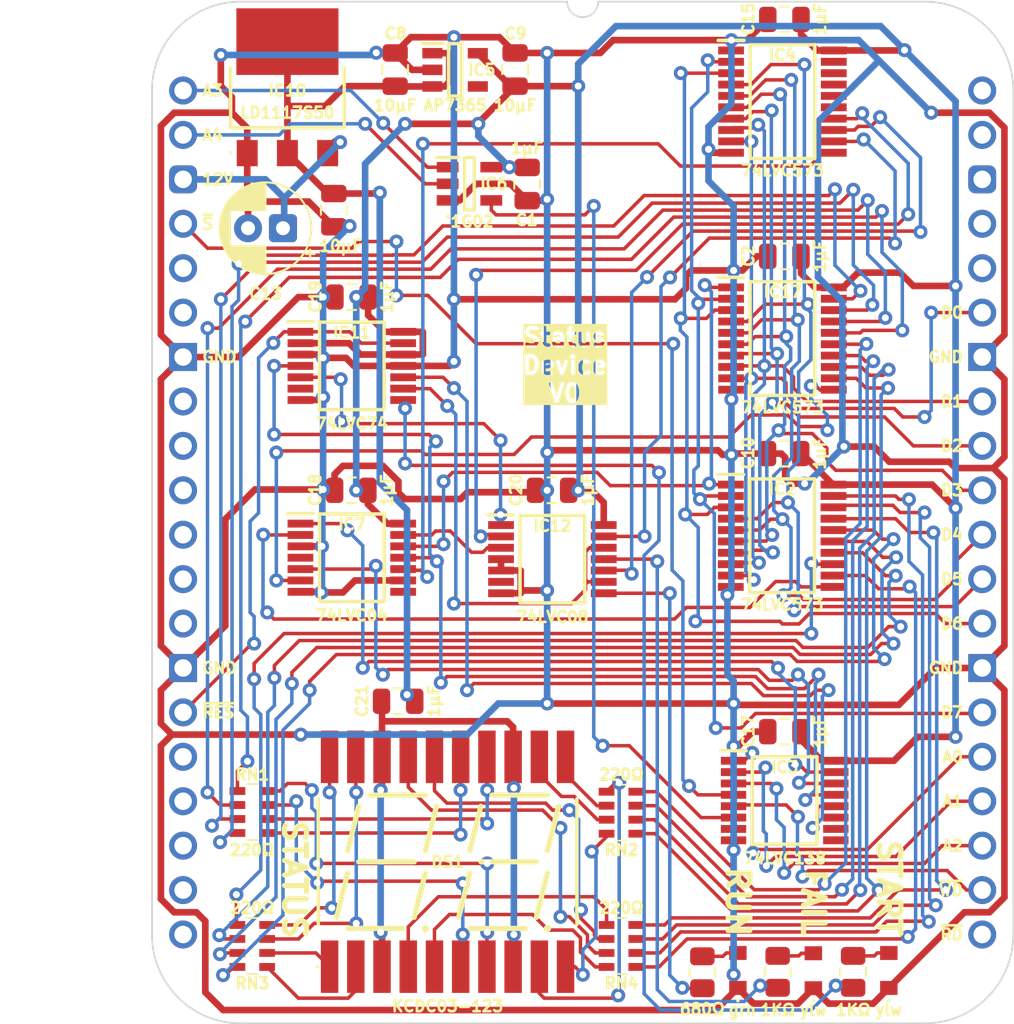
<source format=kicad_pcb>
(kicad_pcb (version 20241229) (generator "pcbnew") (generator_version "9.0")
  (title_block (title "Status Device") (date "2025-01-09") (rev "V1"))
  (layers (0 "F.Cu" signal) (2 "B.Cu" signal) (13 "F.Paste" user) (15 "B.Paste" user) (5 "F.SilkS" user "F.Silkscreen") (7 "B.SilkS" user "B.Silkscreen") (1 "F.Mask" user) (3 "B.Mask" user) (25 "Edge.Cuts" user))
  (net 0 "")
  (net 1 "/3.3V")
  (net 6 "/WY_{0}")
  (net 11 "/~{WY_{1}}")
  (net 12 "/~{WY_{0}}")
  (net 13 "/WY_{1}")
  (net 14 "/~{WY_{2}}")
  (net 16 "/Cathode")
  (net 17 "GND")
  (net 18 "~{Select}")
  (net 19 "D7")
  (net 20 "D6")
  (net 21 "D5")
  (net 22 "D4")
  (net 23 "D3")
  (net 24 "D2")
  (net 25 "D1")
  (net 26 "D0")
  (net 27 "A0")
  (net 28 "A1")
  (net 29 "A2")
  (net 30 "~{WD}")
  (net 31 "/Left Ω Digit 0 F segment")
  (net 32 "/Left Ω Digit 0 A segment")
  (net 33 "/Right Ω Digit 0 B segment")
  (net 34 "/5V")
  (net 35 "12V")
  (net 36 "/Left Ω Digit 0 dot")
  (net 37 "/Right Ω Digit 0 C segment")
  (net 38 "/Right Ω Digit 0 A segment")
  (net 39 "/Left Ω Digit 0 E segment")
  (net 40 "/Right Ω Digit 0 dot")
  (net 41 "/Left Ω Digit 0 B segment")
  (net 42 "/Left Ω Digit 0 G segment")
  (net 43 "/Right Ω Digit 0 F segment")
  (net 44 "/Left Ω Digit 0 D segment")
  (net 45 "/Right Ω Digit 0 E segment")
  (net 46 "/Left Ω Digit 0 C segment")
  (net 47 "/Right Ω Digit 0 G segment")
  (net 48 "/Right Ω Digit 0 D segment")
  (net 49 "/Green LED Enable")
  (net 50 "/Red LED Enable")
  (net 51 "/LCD Enable")
  (net 52 "/~{WY_{3}}")
  (net 53 "/WY_{2}")
  (net 54 "/~{Switch}")
  (net 55 "/Left Digit 0 D segment")
  (net 56 "/Left Digit 0 F segment")
  (net 57 "/Left Digit 0 B segment")
  (net 58 "/Left Digit 0 E segment")
  (net 59 "/Left Digit 0 dot")
  (net 61 "/Left Digit 0 C segment")
  (net 62 "/Left Digit 0 A segment")
  (net 63 "/Left Digit 0 G segment")
  (net 64 "/Switch")
  (net 65 "~{Reset}")
  (net 66 "/Reset LCD Enable")
  (net 68 "/Reset LED")
  (net 69 "/Reset LED Enable")
  (net 71 "/Green LED")
  (net 72 "/Red LED")
  (net 73 "~{RD}")
  (net 75 "Net-(LED1-Pad2)")
  (net 76 "Net-(LED2-Pad2)")
  (net 77 "Net-(LED3-Pad2)")
  (net 83 "A3")
  (net 84 "A4")
  (net 92 "/Right Digit 0 E segment")
  (net 93 "/Right Digit 0 B segment")
  (net 94 "/Right Digit 0 A segment")
  (net 95 "/Right Digit 0 C segment")
  (net 96 "/Right Digit 0 G segment")
  (net 97 "/Right Digit 0 D segment")
  (net 98 "/Right Digit 0 F segment")
  (net 99 "/Right Digit 0 dot")
  (net 105 "/~{A3+A4}")
  (footprint "SamacSys_Parts:C_0805" (layer "F.Cu") (at 9.635 22.86 90)
    (property "Reference" "C18")
    (property "Value" "1μF")
  )
  (footprint "SamacSys_Parts:SOT95P275X110-5N" (layer "F.Cu") (at 16.383 5.334)
    (property "Reference" "IC6")
    (property "Value" "74LVC1G02GV,125" (hide yes))
  )
  (footprint "SamacSys_Parts:R_0805" (layer "F.Cu") (at 29.718 50.419)
    (property "Reference" "R5" (hide yes))
    (property "Value" "680Ω")
  )
  (footprint "SamacSys_Parts:C_0805" (layer "F.Cu") (at 8.622 6.858)
    (property "Reference" "C14" (hide yes))
    (property "Value" "10µF")
  )
  (footprint "SamacSys_Parts:C_0805" (layer "F.Cu") (at 12.133 -1.181)
    (property "Reference" "C8")
    (property "Value" "10µF")
  )
  (footprint "SamacSys_Parts:SOP65P640X110-20N" (layer "F.Cu") (at 34.29 0.635)
    (property "Reference" "IC4")
    (property "Value" "74LVC573APW,118" (hide yes))
  )
  (footprint "SamacSys_Parts:C_0805" (layer "F.Cu") (at 19.685 5.334 180)
    (property "Reference" "C1")
    (property "Value" "1μF")
  )
  (footprint "SamacSys_Parts:SIP_20_Pins" (layer "F.Cu") (at 0 0)
    (property "Reference" "J1" (hide yes))
    (property "Value" "Conn_01x20" (hide yes))
  )
  (footprint "SamacSys_Parts:LD1117S33C" (layer "F.Cu") (at 5.969 0.381)
    (property "Reference" "IC10")
    (property "Value" "LD1117S50C" (hide yes))
  )
  (footprint "SamacSys_Parts:CAY16-F4" (layer "F.Cu") (at 25.0789 48.895)
    (property "Reference" "RN4")
    (property "Value" "CAY16-221J4LF" (hide yes))
  )
  (footprint "SamacSys_Parts:C_0805" (layer "F.Cu") (at 34.417 9.484 90)
    (property "Reference" "C2")
    (property "Value" "1μF")
  )
  (footprint "SamacSys_Parts:CAY16-F4" (layer "F.Cu") (at 3.9579 48.895)
    (property "Reference" "RN3")
    (property "Value" "CAY16-221J4LF" (hide yes))
  )
  (footprint "SamacSys_Parts:150224BS73100A" (layer "F.Cu") (at 40.376 51.3163 180)
    (property "Reference" "LED1" (hide yes))
    (property "Value" "150224YS73100A" (hide yes))
  )
  (footprint "SamacSys_Parts:C_0805" (layer "F.Cu") (at 34.4 20.761 90)
    (property "Reference" "C10")
    (property "Value" "1μF")
  )
  (footprint "SamacSys_Parts:SOP65P640X110-14N" (layer "F.Cu") (at 21.127 26.797)
    (property "Reference" "IC12")
    (property "Value" "74LVC08APW,112" (hide yes))
  )
  (footprint "SamacSys_Parts:R_0805" (layer "F.Cu") (at 38.344 50.3955)
    (property "Reference" "R4" (hide yes))
    (property "Value" "1KΩ")
  )
  (footprint "SamacSys_Parts:C_0805" (layer "F.Cu") (at 21.127 22.86 90)
    (property "Reference" "C20")
    (property "Value" "1μF")
  )
  (footprint "SamacSys_Parts:SOP65P640X110-20N" (layer "F.Cu") (at 34.29 14.183)
    (property "Reference" "IC17")
    (property "Value" "74LVC573APW,118" (hide yes))
  )
  (footprint "SamacSys_Parts:SOP65P640X110-20N" (layer "F.Cu") (at 34.273 25.46)
    (property "Reference" "IC2")
    (property "Value" "74LVC573APW,118" (hide yes))
  )
  (footprint "SamacSys_Parts:C_0805" (layer "F.Cu") (at 12.319 34.925 90)
    (property "Reference" "C21")
    (property "Value" "1µF")
  )
  (footprint "SamacSys_Parts:SOP65P640X110-16N" (layer "F.Cu") (at 34.417 40.599)
    (property "Reference" "IC3")
    (property "Value" "74LVC138APW-Q100J" (hide yes))
  )
  (footprint "SamacSys_Parts:150224VS73100A" (layer "F.Cu") (at 31.74 51.3155 180)
    (property "Reference" "LED2" (hide yes))
    (property "Value" "150224VS73100A" (hide yes))
  )
  (footprint "SamacSys_Parts:CAY16-F4" (layer "F.Cu") (at 3.9579 41.275 180)
    (property "Reference" "RN1")
    (property "Value" "CAY16-221J4LF" (hide yes))
  )
  (footprint "SamacSys_Parts:SOP65P640X110-14N" (layer "F.Cu") (at 9.652 15.748)
    (property "Reference" "IC11")
    (property "Value" "74LVC74APW,118" (hide yes))
  )
  (footprint "SamacSys_Parts:KCDC03123" (layer "F.Cu") (at 15.132 44.1)
    (property "Reference" "DS1")
    (property "Value" "KCDC03-123" (hide yes))
  )
  (footprint "SamacSys_Parts:C_0805" (layer "F.Cu") (at 34.417 36.662 90)
    (property "Reference" "C17")
    (property "Value" "1μF")
  )
  (footprint "SamacSys_Parts:C_0805" (layer "F.Cu") (at 9.652 11.811 90)
    (property "Reference" "C19")
    (property "Value" "1μF")
  )
  (footprint "SamacSys_Parts:SOP65P640X110-14N" (layer "F.Cu") (at 9.652 26.715)
    (property "Reference" "IC7")
    (property "Value" "74LVC04APW,118" (hide yes))
  )
  (footprint "SamacSys_Parts:C_0805" (layer "F.Cu") (at 18.991 -1.181)
    (property "Reference" "C9")
    (property "Value" "10µF")
  )
  (footprint "SamacSys_Parts:SOT95P285X130-5N" (layer "F.Cu") (at 15.562 -1.181)
    (property "Reference" "IC5")
    (property "Value" "AP7365-33WG-7" (hide yes))
  )
  (footprint "SamacSys_Parts:SIP_20_Pins" (layer "F.Cu") (at 45.72 0)
    (property "Reference" "J2" (hide yes))
    (property "Value" "Conn_01x20" (hide yes))
  )
  (footprint "SamacSys_Parts:C_0805" (layer "F.Cu") (at 34.417 -4.064 90)
    (property "Reference" "C15")
    (property "Value" "1μF")
  )
  (footprint "SamacSys_Parts:CAY16-F4" (layer "F.Cu") (at 25.0789 41.275)
    (property "Reference" "RN2")
    (property "Value" "CAY16-221J4LF" (hide yes))
  )
  (footprint "Capacitor_THT:CP_Radial_D5.0mm_P2.00mm" (layer "F.Cu") (at 5.715 7.874 180)
    (property "Reference" "C13")
    (property "Value" "10μF")
  )
  (footprint "SamacSys_Parts:150224BS73100A" (layer "F.Cu") (at 36.058 51.3315 180)
    (property "Reference" "LED3" (hide yes))
    (property "Value" "150224YS73100A" (hide yes))
  )
  (footprint "SamacSys_Parts:R_0805" (layer "F.Cu") (at 34.026 50.3955)
    (property "Reference" "R6" (hide yes))
    (property "Value" "1KΩ")
  )
  (footprint "SamacSys_Parts:PinHeader_1x20_P2.54mm_Vertical" (layer "B.Cu") (at 45.72 0 180)
    (property "Reference" "J3" (hide yes))
    (property "Value" "Pin_Header_01x20" (hide yes))
  )
  (footprint "SamacSys_Parts:PinHeader_1x20_P2.54mm_Vertical" (layer "B.Cu") (at 0 0 180)
    (property "Reference" "J4" (hide yes))
    (property "Value" "Pin_Header_01x20" (hide yes))
  )
  (gr_arc (start -1.778 0) (mid -0.299109 -3.588368) (end 3.283981 -5.08) (stroke (width 0.1)) (layer "Edge.Cuts"))
  (gr_arc (start 23.749 -5.08) (mid 22.86 -4.191) (end 21.971 -5.08) (stroke (width 0.1)) (layer "Edge.Cuts"))
  (gr_arc (start 42.418 -5.079999) (mid 46.012743 -3.594743) (end 47.497999 0) (stroke (width 0.1)) (layer "Edge.Cuts"))
  (gr_arc (start 3.283981 53.34) (mid -0.299109 51.848368) (end -1.778 48.26) (stroke (width 0.1)) (layer "Edge.Cuts"))
  (gr_line (start 47.498 0) (end 47.498 48.26) (stroke (width 0.1)) (layer "Edge.Cuts"))
  (gr_arc (start 47.498 48.26) (mid 46.019109 51.848368) (end 42.436019 53.34) (stroke (width 0.1)) (layer "Edge.Cuts"))
  (gr_line (start 42.436019 53.34) (end 3.283981 53.34) (stroke (width 0.1)) (layer "Edge.Cuts"))
  (gr_line (start 21.971 -5.08) (end 3.283981 -5.08) (stroke (width 0.1)) (layer "Edge.Cuts"))
  (gr_line (start -1.778 0) (end -1.778 48.26) (stroke (width 0.1)) (layer "Edge.Cuts"))
  (gr_line (start 42.418 -5.079999) (end 23.749 -5.08) (stroke (width 0.1)) (layer "Edge.Cuts"))
  (gr_text "D6" (at 44.704 30.48 0) (layer "F.SilkS") (effects (font (size 0.635 0.635) (thickness 0.15) (bold yes)) (justify right)))
  (gr_text "~{RES}" (at 1.016 35.56 0) (layer "F.SilkS") (effects (font (size 0.635 0.635) (thickness 0.15) (bold yes)) (justify left)))
  (gr_text "~{RD}" (at 44.704 48.26 0) (layer "F.SilkS") (effects (font (size 0.635 0.635) (thickness 0.15) (bold yes)) (justify right)))
  (gr_text "A3" (at 1.016 0 0) (layer "F.SilkS") (effects (font (size 0.635 0.635) (thickness 0.15) (bold yes)) (justify left)))
  (gr_text "START" (at 40.376 48.5124 270) (layer "F.SilkS") (effects (font (size 1.25 1.25) (thickness 0.3) (bold yes)) (justify right)))
  (gr_text "FAIL" (at 36.058 48.5124 270) (layer "F.SilkS") (effects (font (size 1.25 1.25) (thickness 0.3) (bold yes)) (justify right)))
  (gr_text "D7" (at 44.704 35.56 0) (layer "F.SilkS") (effects (font (size 0.635 0.635) (thickness 0.15) (bold yes)) (justify right)))
  (gr_text "GND" (at 1.016 15.24 0) (layer "F.SilkS") (effects (font (size 0.635 0.635) (thickness 0.15) (bold yes)) (justify left)))
  (gr_text "A1" (at 44.704 40.64 0) (layer "F.SilkS") (effects (font (size 0.635 0.635) (thickness 0.15) (bold yes)) (justify right)))
  (gr_text "D1" (at 44.704 17.78 0) (layer "F.SilkS") (effects (font (size 0.635 0.635) (thickness 0.15) (bold yes)) (justify right)))
  (gr_text "A2" (at 44.704 43.18 0) (layer "F.SilkS") (effects (font (size 0.635 0.635) (thickness 0.15) (bold yes)) (justify right)))
  (gr_text "D3" (at 44.704 22.86 0) (layer "F.SilkS") (effects (font (size 0.635 0.635) (thickness 0.15) (bold yes)) (justify right)))
  (gr_text "RUN" (at 31.74 48.514 270) (layer "F.SilkS") (effects (font (size 1.25 1.25) (thickness 0.3) (bold yes)) (justify right)))
  (gr_text "D2" (at 44.704 20.32 0) (layer "F.SilkS") (effects (font (size 0.635 0.635) (thickness 0.15) (bold yes)) (justify right)))
  (gr_text "A4" (at 1.016 2.54 0) (layer "F.SilkS") (effects (font (size 0.635 0.635) (thickness 0.15) (bold yes)) (justify left)))
  (gr_text "GND" (at 1.016 33.02 0) (layer "F.SilkS") (effects (font (size 0.635 0.635) (thickness 0.15) (bold yes)) (justify left)))
  (gr_text "A0" (at 44.704 38.1 0) (layer "F.SilkS") (effects (font (size 0.635 0.635) (thickness 0.15) (bold yes)) (justify right)))
  (gr_text "Status\nDevice\nV0" (at 21.844 17.907 0) (layer "F.SilkS" knockout) (effects (font (size 1 1) (thickness 0.2) (bold yes)) (justify bottom)))
  (gr_text "GND" (at 44.704 15.24 0) (layer "F.SilkS") (effects (font (size 0.635 0.635) (thickness 0.15) (bold yes)) (justify right)))
  (gr_text "D5" (at 44.704 27.94 0) (layer "F.SilkS") (effects (font (size 0.635 0.635) (thickness 0.15) (bold yes)) (justify right)))
  (gr_text "D0" (at 44.704 12.7 0) (layer "F.SilkS") (effects (font (size 0.635 0.635) (thickness 0.15) (bold yes)) (justify right)))
  (gr_text "D4" (at 44.704 25.4 0) (layer "F.SilkS") (effects (font (size 0.635 0.635) (thickness 0.15) (bold yes)) (justify right)))
  (gr_text "~{S}" (at 1.016 7.62 0) (layer "F.SilkS") (effects (font (size 0.635 0.635) (thickness 0.15) (bold yes)) (justify left)))
  (gr_text "~{WD}" (at 44.704 45.72 0) (layer "F.SilkS") (effects (font (size 0.635 0.635) (thickness 0.15) (bold yes)) (justify right)))
  (gr_text "STATUS" (at 6.3709 41.5672 270) (layer "F.SilkS") (effects (font (size 1.25 1.25) (thickness 0.3) (bold yes)) (justify left)))
  (gr_text "12V" (at 1.016 5.08 0) (layer "F.SilkS") (effects (font (size 0.635 0.635) (thickness 0.15) (bold yes)) (justify left)))
  (gr_text "GND" (at 44.704 33.02 0) (layer "F.SilkS") (effects (font (size 0.635 0.635) (thickness 0.15) (bold yes)) (justify right)))
  (segment (start 10.586 11.811) (end 9.906 11.811) (width 0.38) (layer "F.Cu") (net 1))
  (segment (start 18.991 -0.247) (end 22.598998 -0.247) (width 0.38) (layer "F.Cu") (net 1))
  (segment (start 23.368 22.86) (end 22.606 22.86) (width 0.38) (layer "F.Cu") (net 1))
  (segment (start 13.7175 13.808) (end 13.7175 15.088) (width 0.38) (layer "F.Cu") (net 1))
  (segment (start 16.891002 1.852998) (end 16.891002 1.905) (width 0.38) (layer "F.Cu") (net 1))
  (segment (start 16.862 -2.131) (end 18.746 -0.247) (width 0.38) (layer "F.Cu") (net 1))
  (segment (start 9.495 14.448) (end 6.714 14.448) (width 0.38) (layer "F.Cu") (net 1))
  (segment (start 13.7075 15.098) (end 12.59 15.098) (width 0.38) (layer "F.Cu") (net 1))
  (segment (start 22.598998 -0.247) (end 22.606 -0.254002) (width 0.38) (layer "F.Cu") (net 1))
  (segment (start 12.59 13.798) (end 11.5345 13.798) (width 0.38) (layer "F.Cu") (net 1))
  (segment (start 12.59 13.798) (end 13.7075 13.798) (width 0.38) (layer "F.Cu") (net 1))
  (segment (start 41.256527 -2.29) (end 41.275 -2.308473) (width 0.38) (layer "F.Cu") (net 1))
  (segment (start 13.7175 15.088) (end 13.7075 15.098) (width 0.38) (layer "F.Cu") (net 1))
  (segment (start 36.15 11.258) (end 37.228 11.258) (width 0.38) (layer "F.Cu") (net 1))
  (segment (start 19.685 4.4) (end 18.685004 4.4) (width 0.38) (layer "F.Cu") (net 1))
  (segment (start 17.633 4.384) (end 18.669004 4.384) (width 0.38) (layer "F.Cu") (net 1))
  (segment (start 35.351 -3.216) (end 35.351 -4.064) (width 0.38) (layer "F.Cu") (net 1))
  (segment (start 37.764 11.258) (end 38.608 10.414) (width 0.38) (layer "F.Cu") (net 1))
  (segment (start 12.59 15.098) (end 10.145 15.098) (width 0.38) (layer "F.Cu") (net 1))
  (segment (start 36.546 38.324) (end 37.342 38.324) (width 0.38) (layer "F.Cu") (net 1))
  (segment (start 37.108 22.45806) (end 37.108 22.535) (width 0.38) (layer "F.Cu") (net 1))
  (segment (start 22.061 22.86) (end 22.606 22.86) (width 0.38) (layer "F.Cu") (net 1))
  (segment (start 36.277 -2.29) (end 35.351 -3.216) (width 0.38) (layer "F.Cu") (net 1))
  (segment (start 12.7 1.905) (end 16.891002 1.905) (width 0.38) (layer "F.Cu") (net 1))
  (segment (start 13.7075 13.798) (end 13.7175 13.808) (width 0.38) (layer "F.Cu") (net 1))
  (segment (start 11.5345 13.798) (end 10.586 12.8495) (width 0.38) (layer "F.Cu") (net 1))
  (segment (start 24.065 23.557) (end 23.368 22.86) (width 0.38) (layer "F.Cu") (net 1))
  (segment (start 37.211 22.535) (end 42.854992 22.535) (width 0.38) (layer "F.Cu") (net 1))
  (segment (start 42.037 36.957) (end 44.196 36.957) (width 0.38) (layer "F.Cu") (net 1))
  (segment (start 41.021 10.414) (end 41.783 11.176) (width 0.38) (layer "F.Cu") (net 1))
  (segment (start 35.351 37.129) (end 36.546 38.324) (width 0.38) (layer "F.Cu") (net 1))
  (segment (start 40.67 38.324) (end 42.037 36.957) (width 0.38) (layer "F.Cu") (net 1))
  (segment (start 10.569 23.65) (end 11.684 24.765) (width 0.38) (layer "F.Cu") (net 1))
  (segment (start 24.065 24.847) (end 24.065 23.557) (width 0.38) (layer "F.Cu") (net 1))
  (segment (start 10.586 12.8495) (end 10.586 11.811) (width 0.38) (layer "F.Cu") (net 1))
  (segment (start 11.684 24.765) (end 12.59 24.765) (width 0.38) (layer "F.Cu") (net 1))
  (segment (start 41.783 11.176) (end 44.196 11.176) (width 0.38) (layer "F.Cu") (net 1))
  (segment (start 35.41094 20.761) (end 37.108 22.45806) (width 0.38) (layer "F.Cu") (net 1))
  (segment (start 37.228 -2.29) (end 41.256527 -2.29) (width 0.38) (layer "F.Cu") (net 1))
  (segment (start 35.351 10.459) (end 36.15 11.258) (width 0.38) (layer "F.Cu") (net 1))
  (segment (start 37.228 -2.29) (end 36.277 -2.29) (width 0.38) (layer "F.Cu") (net 1))
  (segment (start 35.351 9.484) (end 35.351 10.459) (width 0.38) (layer "F.Cu") (net 1))
  (segment (start 10.145 15.098) (end 9.495 14.448) (width 0.38) (layer "F.Cu") (net 1))
  (segment (start 10.569 22.86) (end 10.569 23.65) (width 0.38) (layer "F.Cu") (net 1))
  (segment (start 9.906 22.86) (end 10.569 22.86) (width 0.38) (layer "F.Cu") (net 1))
  (segment (start 38.608 10.414) (end 41.021 10.414) (width 0.38) (layer "F.Cu") (net 1))
  (segment (start 42.854992 22.535) (end 44.196 23.876008) (width 0.38) (layer "F.Cu") (net 1))
  (segment (start 37.342 38.324) (end 40.67 38.324) (width 0.38) (layer "F.Cu") (net 1))
  (segment (start 18.685004 4.4) (end 18.669004 4.384) (width 0.38) (layer "F.Cu") (net 1))
  (segment (start 18.991 -0.247) (end 16.891002 1.852998) (width 0.38) (layer "F.Cu") (net 1))
  (via (at 44.196 11.176) (size 0.8) (drill 0.4) (layers "F.Cu" "B.Cu") (net 1))
  (via (at 22.606 -0.254002) (size 0.8) (drill 0.4) (layers "F.Cu" "B.Cu") (net 1))
  (via (at 9.906 22.86) (size 0.8) (drill 0.4) (layers "F.Cu" "B.Cu") (net 1))
  (via (at 22.606 22.86) (size 0.8) (drill 0.4) (layers "F.Cu" "B.Cu") (net 1))
  (via (at 12.7 1.905) (size 0.8) (drill 0.4) (layers "F.Cu" "B.Cu") (net 1))
  (via (at 44.196 23.876008) (size 0.8) (drill 0.4) (layers "F.Cu" "B.Cu") (net 1))
  (via (at 41.275 -2.308473) (size 0.8) (drill 0.4) (layers "F.Cu" "B.Cu") (net 1))
  (via (at 44.196 36.957) (size 0.8) (drill 0.4) (layers "F.Cu" "B.Cu") (net 1))
  (via (at 16.891002 1.905) (size 0.8) (drill 0.4) (layers "F.Cu" "B.Cu") (net 1))
  (via (at 9.906 11.811) (size 0.8) (drill 0.4) (layers "F.Cu" "B.Cu") (net 1))
  (via (at 18.669004 4.384) (size 0.8) (drill 0.4) (layers "F.Cu" "B.Cu") (net 1))
  (segment (start 22.606 11.684) (end 22.606 -0.254002) (width 0.38) (layer "B.Cu") (net 1))
  (segment (start 10.414 11.303) (end 10.414 4.191) (width 0.38) (layer "B.Cu") (net 1))
  (segment (start 9.906 11.811) (end 9.906 22.86) (width 0.38) (layer "B.Cu") (net 1))
  (segment (start 24.765 -3.683) (end 39.900473 -3.683) (width 0.38) (layer "B.Cu") (net 1))
  (segment (start 22.686405 14.939401) (end 22.686405 22.779595) (width 0.38) (layer "B.Cu") (net 1))
  (segment (start 22.606 11.684) (end 22.606 14.858996) (width 0.38) (layer "B.Cu") (net 1))
  (segment (start 22.606 14.858996) (end 22.686405 14.939401) (width 0.38) (layer "B.Cu") (net 1))
  (segment (start 44.196 23.876008) (end 44.196 36.957) (width 0.38) (layer "B.Cu") (net 1))
  (segment (start 10.414 4.191) (end 12.7 1.905) (width 0.38) (layer "B.Cu") (net 1))
  (segment (start 44.196 11.176) (end 44.196 0.612527) (width 0.38) (layer "B.Cu") (net 1))
  (segment (start 22.606 -0.254002) (end 22.606 -1.524) (width 0.38) (layer "B.Cu") (net 1))
  (segment (start 9.906 11.811) (end 10.414 11.303) (width 0.38) (layer "B.Cu") (net 1))
  (segment (start 16.891002 1.905) (end 16.891002 2.605998) (width 0.38) (layer "B.Cu") (net 1))
  (segment (start 22.686405 22.779595) (end 22.606 22.86) (width 0.38) (layer "B.Cu") (net 1))
  (segment (start 44.196 0.612527) (end 41.275 -2.308473) (width 0.38) (layer "B.Cu") (net 1))
  (segment (start 22.606 -1.524) (end 24.765 -3.683) (width 0.38) (layer "B.Cu") (net 1))
  (segment (start 16.891002 2.605998) (end 18.669004 4.384) (width 0.38) (layer "B.Cu") (net 1))
  (segment (start 39.900473 -3.683) (end 41.275 -2.308473) (width 0.38) (layer "B.Cu") (net 1))
  (segment (start 44.196 11.176) (end 44.196 23.876008) (width 0.38) (layer "B.Cu") (net 1))
  (segment (start 4.599 25.415) (end 4.584 25.4) (width 0.2) (layer "F.Cu") (net 6))
  (segment (start 4.814 29.845) (end 5.192005 30.223005) (width 0.2) (layer "F.Cu") (net 6))
  (segment (start 32.418 29.558) (end 33.896673 28.079327) (width 0.2) (layer "F.Cu") (net 6))
  (segment (start 28.789979 29.558) (end 32.418 29.558) (width 0.2) (layer "F.Cu") (net 6))
  (segment (start 28.124974 30.223005) (end 28.789979 29.558) (width 0.2) (layer "F.Cu") (net 6))
  (segment (start 33.896673 28.079327) (end 35.039673 28.079327) (width 0.2) (layer "F.Cu") (net 6))
  (segment (start 35.345347 28.385) (end 37.211 28.385) (width 0.2) (layer "F.Cu") (net 6))
  (segment (start 35.039673 28.079327) (end 35.345347 28.385) (width 0.2) (layer "F.Cu") (net 6))
  (segment (start 6.714 25.415) (end 4.599 25.415) (width 0.2) (layer "F.Cu") (net 6))
  (segment (start 5.192005 30.223005) (end 28.124974 30.223005) (width 0.2) (layer "F.Cu") (net 6))
  (via (at 4.584 25.4) (size 0.8) (drill 0.4) (layers "F.Cu" "B.Cu") (net 6))
  (via (at 4.814 29.845) (size 0.8) (drill 0.4) (layers "F.Cu" "B.Cu") (net 6))
  (segment (start 4.814 29.845) (end 4.572 29.603) (width 0.2) (layer "B.Cu") (net 6))
  (segment (start 4.572 25.412) (end 4.584 25.4) (width 0.2) (layer "B.Cu") (net 6))
  (segment (start 4.572 29.603) (end 4.572 25.412) (width 0.2) (layer "B.Cu") (net 6))
  (segment (start 34.84896 33.725339) (end 35.178863 33.395436) (width 0.2) (layer "F.Cu") (net 11))
  (segment (start 6.714 27.365) (end 10.839041 27.365) (width 0.2) (layer "F.Cu") (net 11))
  (segment (start 35.277587 39.624) (end 35.235602 39.582015) (width 0.2) (layer "F.Cu") (net 11))
  (segment (start 11.722 33.109) (end 32.912686 33.109) (width 0.2) (layer "F.Cu") (net 11))
  (segment (start 37.342 39.624) (end 35.277587 39.624) (width 0.2) (layer "F.Cu") (net 11))
  (segment (start 10.839041 27.365) (end 11.025 27.179041) (width 0.2) (layer "F.Cu") (net 11))
  (segment (start 32.912686 33.109) (end 33.529025 33.725339) (width 0.2) (layer "F.Cu") (net 11))
  (segment (start 11.43 33.401) (end 11.722 33.109) (width 0.2) (layer "F.Cu") (net 11))
  (segment (start 33.529025 33.725339) (end 34.84896 33.725339) (width 0.2) (layer "F.Cu") (net 11))
  (via (at 35.235602 39.582015) (size 0.8) (drill 0.4) (layers "F.Cu" "B.Cu") (net 11))
  (via (at 35.178863 33.395436) (size 0.8) (drill 0.4) (layers "F.Cu" "B.Cu") (net 11))
  (via (at 11.025 27.179041) (size 0.8) (drill 0.4) (layers "F.Cu" "B.Cu") (net 11))
  (via (at 11.43 33.401) (size 0.8) (drill 0.4) (layers "F.Cu" "B.Cu") (net 11))
  (segment (start 35.776 39.041618) (end 35.776 33.992573) (width 0.2) (layer "B.Cu") (net 11))
  (segment (start 11.025 32.996) (end 11.43 33.401) (width 0.2) (layer "B.Cu") (net 11))
  (segment (start 35.776 33.992573) (end 35.178863 33.395436) (width 0.2) (layer "B.Cu") (net 11))
  (segment (start 35.235602 39.582015) (end 35.776 39.041618) (width 0.2) (layer "B.Cu") (net 11))
  (segment (start 11.025 27.179041) (end 11.025 32.996) (width 0.2) (layer "B.Cu") (net 11))
  (segment (start 35.252817 38.538569) (end 35.026 38.538569) (width 0.2) (layer "F.Cu") (net 12))
  (segment (start 35.688248 38.974) (end 35.252817 38.538569) (width 0.2) (layer "F.Cu") (net 12))
  (segment (start 37.342 38.974) (end 35.688248 38.974) (width 0.2) (layer "F.Cu") (net 12))
  (segment (start 9.398 25.146) (end 9.017 24.765) (width 0.2) (layer "F.Cu") (net 12))
  (segment (start 10.637331 32.651) (end 10.280331 33.008) (width 0.2) (layer "F.Cu") (net 12))
  (segment (start 9.017 24.765) (end 6.714 24.765) (width 0.2) (layer "F.Cu") (net 12))
  (segment (start 33.667 32.651) (end 10.637331 32.651) (width 0.2) (layer "F.Cu") (net 12))
  (segment (start 34.036 33.02) (end 33.667 32.651) (width 0.2) (layer "F.Cu") (net 12))
  (via (at 34.036 33.02) (size 0.8) (drill 0.4) (layers "F.Cu" "B.Cu") (net 12))
  (via (at 10.280331 33.008) (size 0.8) (drill 0.4) (layers "F.Cu" "B.Cu") (net 12))
  (via (at 35.026 38.538569) (size 0.8) (drill 0.4) (layers "F.Cu" "B.Cu") (net 12))
  (via (at 9.398 25.146) (size 0.8) (drill 0.4) (layers "F.Cu" "B.Cu") (net 12))
  (segment (start 10.280331 26.028331) (end 10.280331 33.008) (width 0.2) (layer "B.Cu") (net 12))
  (segment (start 9.398 25.146) (end 10.280331 26.028331) (width 0.2) (layer "B.Cu") (net 12))
  (segment (start 34.036 33.02) (end 34.036 33.313234) (width 0.2) (layer "B.Cu") (net 12))
  (segment (start 34.036 33.313234) (end 34.868202 34.145436) (width 0.2) (layer "B.Cu") (net 12))
  (segment (start 34.868202 34.145436) (end 35.026 34.145436) (width 0.2) (layer "B.Cu") (net 12))
  (segment (start 35.026 34.145436) (end 35.026 38.538569) (width 0.2) (layer "B.Cu") (net 12))
  (segment (start 36.212 16.891) (end 36.449 17.128) (width 0.2) (layer "F.Cu") (net 13))
  (segment (start 5.334 20.701) (end 5.426997 20.608003) (width 0.2) (layer "F.Cu") (net 13))
  (segment (start 35.917 16.891) (end 36.212 16.891) (width 0.2) (layer "F.Cu") (net 13))
  (segment (start 36.658662 19.215) (end 36.862081 19.418419) (width 0.2) (layer "F.Cu") (net 13))
  (segment (start 18.941408 20.809592) (end 19.939 19.812) (width 0.2) (layer "F.Cu") (net 13))
  (segment (start 34.57466 18.554) (end 35.23566 19.215) (width 0.2) (layer "F.Cu") (net 13))
  (segment (start 32.5 18.554) (end 34.57466 18.554) (width 0.2) (layer "F.Cu") (net 13))
  (segment (start 13.837409 20.809592) (end 18.941408 20.809592) (width 0.2) (layer "F.Cu") (net 13))
  (segment (start 6.714 28.015) (end 5.334 28.015) (width 0.2) (layer "F.Cu") (net 13))
  (segment (start 5.426997 20.608003) (end 13.63582 20.608003) (width 0.2) (layer "F.Cu") (net 13))
  (segment (start 13.63582 20.608003) (end 13.837409 20.809592) (width 0.2) (layer "F.Cu") (net 13))
  (segment (start 35.23566 19.215) (end 36.658662 19.215) (width 0.2) (layer "F.Cu") (net 13))
  (segment (start 36.449 17.128) (end 37.228 17.128) (width 0.2) (layer "F.Cu") (net 13))
  (segment (start 31.242 19.812) (end 32.5 18.554) (width 0.2) (layer "F.Cu") (net 13))
  (segment (start 19.939 19.812) (end 31.242 19.812) (width 0.2) (layer "F.Cu") (net 13))
  (via (at 35.917 16.891) (size 0.8) (drill 0.4) (layers "F.Cu" "B.Cu") (net 13))
  (via (at 5.334 28.015) (size 0.8) (drill 0.4) (layers "F.Cu" "B.Cu") (net 13))
  (via (at 36.862081 19.418419) (size 0.8) (drill 0.4) (layers "F.Cu" "B.Cu") (net 13))
  (via (at 5.334 20.701) (size 0.8) (drill 0.4) (layers "F.Cu" "B.Cu") (net 13))
  (segment (start 35.917 16.891) (end 35.917 17.629) (width 0.2) (layer "B.Cu") (net 13))
  (segment (start 35.917 17.629) (end 36.862081 18.574081) (width 0.2) (layer "B.Cu") (net 13))
  (segment (start 5.334 28.015) (end 5.334 20.701) (width 0.2) (layer "B.Cu") (net 13))
  (segment (start 36.862081 18.574081) (end 36.862081 19.418419) (width 0.2) (layer "B.Cu") (net 13))
  (segment (start 32.747 33.509) (end 33.439 34.201) (width 0.2) (layer "F.Cu") (net 14))
  (segment (start 33.439 34.201) (end 35.54938 34.201) (width 0.2) (layer "F.Cu") (net 14))
  (segment (start 12.59 26.715) (end 14.317248 26.715) (width 0.2) (layer "F.Cu") (net 14))
  (segment (start 15.094 33.509) (end 32.747 33.509) (width 0.2) (layer "F.Cu") (net 14))
  (segment (start 35.892496 40.274) (end 35.599584 40.566912) (width 0.2) (layer "F.Cu") (net 14))
  (segment (start 6.714 15.748) (end 5.207 15.748) (width 0.2) (layer "F.Cu") (net 14))
  (segment (start 14.074406 19.667998) (end 14.466 20.059592) (width 0.2) (layer "F.Cu") (net 14))
  (segment (start 35.54938 34.201) (end 36.354944 33.395436) (width 0.2) (layer "F.Cu") (net 14))
  (segment (start 5.207 19.667998) (end 14.074406 19.667998) (width 0.2) (layer "F.Cu") (net 14))
  (segment (start 14.317248 26.715) (end 14.51957 26.917322) (width 0.2) (layer "F.Cu") (net 14))
  (segment (start 37.342 40.274) (end 35.892496 40.274) (width 0.2) (layer "F.Cu") (net 14))
  (segment (start 14.744 33.859) (end 15.094 33.509) (width 0.2) (layer "F.Cu") (net 14))
  (via (at 5.207 19.667998) (size 0.8) (drill 0.4) (layers "F.Cu" "B.Cu") (net 14))
  (via (at 36.354944 33.395436) (size 0.8) (drill 0.4) (layers "F.Cu" "B.Cu") (net 14))
  (via (at 5.207 15.748) (size 0.8) (drill 0.4) (layers "F.Cu" "B.Cu") (net 14))
  (via (at 35.599584 40.566912) (size 0.8) (drill 0.4) (layers "F.Cu" "B.Cu") (net 14))
  (via (at 14.466 20.059592) (size 0.8) (drill 0.4) (layers "F.Cu" "B.Cu") (net 14))
  (via (at 14.744 33.859) (size 0.8) (drill 0.4) (layers "F.Cu" "B.Cu") (net 14))
  (via (at 14.51957 26.917322) (size 0.8) (drill 0.4) (layers "F.Cu" "B.Cu") (net 14))
  (segment (start 14.744 33.859) (end 14.744 27.141752) (width 0.2) (layer "B.Cu") (net 14))
  (segment (start 35.599584 40.566912) (end 36.176 39.990496) (width 0.2) (layer "B.Cu") (net 14))
  (segment (start 14.116 26.513752) (end 14.51957 26.917322) (width 0.2) (layer "B.Cu") (net 14))
  (segment (start 36.354944 33.730056) (end 36.354944 33.395436) (width 0.2) (layer "B.Cu") (net 14))
  (segment (start 36.176 33.909) (end 36.354944 33.730056) (width 0.2) (layer "B.Cu") (net 14))
  (segment (start 14.744 27.141752) (end 14.51957 26.917322) (width 0.2) (layer "B.Cu") (net 14))
  (segment (start 36.176 39.990496) (end 36.176 33.909) (width 0.2) (layer "B.Cu") (net 14))
  (segment (start 14.116 20.409592) (end 14.116 26.513752) (width 0.2) (layer "B.Cu") (net 14))
  (segment (start 14.466 20.059592) (end 14.116 20.409592) (width 0.2) (layer "B.Cu") (net 14))
  (segment (start 5.207 19.667998) (end 5.207 15.748) (width 0.2) (layer "B.Cu") (net 14))
  (segment (start 11.382 36.068) (end 11.382 38.1) (width 0.38) (layer "F.Cu") (net 16))
  (segment (start 18.882 39.837) (end 18.923 39.878) (width 0.38) (layer "F.Cu") (net 16))
  (segment (start 18.882 36.408) (end 18.882 36.82) (width 0.38) (layer "F.Cu") (net 16))
  (segment (start 11.382 36.068) (end 18.542 36.068) (width 0.38) (layer "F.Cu") (net 16))
  (segment (start 18.882 38.1) (end 18.882 39.837) (width 0.38) (layer "F.Cu") (net 16))
  (segment (start 18.923 48.26) (end 18.923 50.059) (width 0.38) (layer "F.Cu") (net 16))
  (segment (start 11.382 39.926) (end 11.303 40.005) (width 0.38) (layer "F.Cu") (net 16))
  (segment (start 11.382 48.212012) (end 11.303 48.133012) (width 0.38) (layer "F.Cu") (net 16))
  (segment (start 18.542 36.068) (end 18.882 36.408) (width 0.38) (layer "F.Cu") (net 16))
  (segment (start 11.382 38.1) (end 11.382 39.926) (width 0.38) (layer "F.Cu") (net 16))
  (segment (start 11.382 36.068) (end 11.382 34.954) (width 0.38) (layer "F.Cu") (net 16))
  (segment (start 11.382 50.1) (end 11.382 48.212012) (width 0.38) (layer "F.Cu") (net 16))
  (via (at 18.923 48.26) (size 0.8) (drill 0.4) (layers "F.Cu" "B.Cu") (net 16))
  (via (at 11.303 40.005) (size 0.8) (drill 0.4) (layers "F.Cu" "B.Cu") (net 16))
  (via (at 18.923 39.878) (size 0.8) (drill 0.4) (layers "F.Cu" "B.Cu") (net 16))
  (via (at 11.303 48.133012) (size 0.8) (drill 0.4) (layers "F.Cu" "B.Cu") (net 16))
  (segment (start 18.923 39.878) (end 18.923 48.26) (width 0.38) (layer "B.Cu") (net 16))
  (segment (start 11.303 40.005) (end 11.303 48.133012) (width 0.38) (layer "B.Cu") (net 16))
  (segment (start 15.814 6.284) (end 16.764 5.334) (width 0.38) (layer "F.Cu") (net 17))
  (segment (start 32.001357 10.289643) (end 32.807 9.484) (width 0.38) (layer "F.Cu") (net 17))
  (segment (start 9.779 15.748) (end 9.319 15.288) (width 0.38) (layer "F.Cu") (net 17))
  (segment (start -0.508 1.27) (end 2.794 1.27) (width 0.38) (layer "F.Cu") (net 17))
  (segment (start 1.27 47.498) (end 1.27 51.562) (width 0.38) (layer "F.Cu") (net 17))
  (segment (start -0.635 36.83) (end -1.27 36.195) (width 0.38) (layer "F.Cu") (net 17))
  (segment (start 28.145063 11.938) (end 15.494 11.938) (width 0.38) (layer "F.Cu") (net 17))
  (segment (start 20.751 6.3) (end 20.828 6.223) (width 0.38) (layer "F.Cu") (net 17))
  (segment (start 12.59 15.748) (end 9.779 15.748) (width 0.38) (layer "F.Cu") (net 17))
  (segment (start 39.4818 52.2105) (end 40.376 51.3163) (width 0.38) (layer "F.Cu") (net 17))
  (segment (start 45.72 33.02) (end 43.053 33.02) (width 0.38) (layer "F.Cu") (net 17))
  (segment (start -1.27 13.97) (end -1.27 2.032) (width 0.38) (layer "F.Cu") (net 17))
  (segment (start 19.685 6.3) (end 20.751 6.3) (width 0.38) (layer "F.Cu") (net 17))
  (segment (start 12.319 22.987) (end 12.691938 23.359938) (width 0.38) (layer "F.Cu") (net 17))
  (segment (start 8.669 22.86) (end 8.054129 22.86) (width 0.38) (layer "F.Cu") (net 17))
  (segment (start 6.714 15.098) (end 7.820202 15.098) (width 0.38) (layer "F.Cu") (net 17))
  (segment (start 20.161 22.86) (end 20.828 22.86) (width 0.38) (layer "F.Cu") (net 17))
  (segment (start 28.771877 10.598123) (end 28.771877 11.311186) (width 0.38) (layer "F.Cu") (net 17))
  (segment (start 30.256618 3.56) (end 31.352 3.56) (width 0.38) (layer "F.Cu") (net 17))
  (segment (start 28.771877 11.311186) (end 28.145063 11.938) (width 0.38) (layer "F.Cu") (net 17))
  (segment (start 12.319 22.352) (end 12.319 22.987) (width 0.38) (layer "F.Cu") (net 17))
  (segment (start 45.72 33.02) (end 46.99 31.75) (width 0.38) (layer "F.Cu") (net 17))
  (segment (start 3.669 3.581) (end 3.669 5.8306) (width 0.38) (layer "F.Cu") (net 17))
  (segment (start 31.352 17.108) (end 31.352 17.636) (width 0.38) (layer "F.Cu") (net 17))
  (segment (start 3.16175 15.24) (end 6.59075 11.811) (width 0.38) (layer "F.Cu") (net 17))
  (segment (start 46.355 21.59) (end 46.99 20.955) (width 0.38) (layer "F.Cu") (net 17))
  (segment (start 2.159 -0.254) (end 2.794 0.381) (width 0.38) (layer "F.Cu") (net 17))
  (segment (start 19.3065 27.447) (end 19.3165 27.457) (width 0.38) (layer "F.Cu") (net 17))
  (segment (start 19.3065 28.747) (end 18.189 28.747) (width 0.38) (layer "F.Cu") (net 17))
  (segment (start 18.991 -2.147) (end 18.09 -3.048) (width 0.38) (layer "F.Cu") (net 17))
  (segment (start 45.72 33.02) (end 46.99 34.29) (width 0.38) (layer "F.Cu") (net 17))
  (segment (start 13.034 -3.048) (end 12.133 -2.147) (width 0.38) (layer "F.Cu") (net 17))
  (segment (start 31.495996 35.052) (end 20.828 35.052) (width 0.38) (layer "F.Cu") (net 17))
  (segment (start 8.669 22.86) (end 8.669 21.938) (width 0.38) (layer "F.Cu") (net 17))
  (segment (start 31.352 17.636) (end 31.369 17.653) (width 0.38) (layer "F.Cu") (net 17))
  (segment (start 46.132915 46.99) (end 44.7023 46.99) (width 0.38) (layer "F.Cu") (net 17))
  (segment (start 34.223 20.761) (end 34.444 20.982) (width 0.38) (layer "F.Cu") (net 17))
  (segment (start 7.849515 17.698) (end 8.010202 17.537313) (width 0.38) (layer "F.Cu") (net 17))
  (segment (start -1.27 16.51) (end -1.27 31.75) (width 0.38) (layer "F.Cu") (net 17))
  (segment (start 9.14401 28.70199) (end 7.910779 28.70199) (width 0.38) (layer "F.Cu") (net 17))
  (segment (start 6.714 17.698) (end 7.849515 17.698) (width 0.38) (layer "F.Cu") (net 17))
  (segment (start 46.99 46.132915) (end 46.132915 46.99) (width 0.38) (layer "F.Cu") (net 17))
  (segment (start 35.179 52.2105) (end 36.058 51.3315) (width 0.38) (layer "F.Cu") (net 17))
  (segment (start 1.27 51.562) (end 2.286 52.578) (width 0.38) (layer "F.Cu") (net 17))
  (segment (start 16.764 5.334) (end 18.719 5.334) (width 0.38) (layer "F.Cu") (net 17))
  (segment (start 23.864 -2.147) (end 20.827996 -2.147) (width 0.38) (layer "F.Cu") (net 17))
  (segment (start 12.133 -2.147) (end 11.061 -2.147) (width 0.38) (layer "F.Cu") (net 17))
  (segment (start 32.807 9.484) (end 33.451 9.484) (width 0.38) (layer "F.Cu") (net 17))
  (segment (start 32.635 52.2105) (end 35.179 52.2105) (width 0.38) (layer "F.Cu") (net 17))
  (segment (start 11.061 -2.147) (end 11.049 -2.159) (width 0.38) (layer "F.Cu") (net 17))
  (segment (start 18.09 -3.048) (end 15.494 -3.048) (width 0.38) (layer "F.Cu") (net 17))
  (segment (start 31.496 37.498998) (end 31.754087 37.498998) (width 0.38) (layer "F.Cu") (net 17))
  (segment (start 31.496 51.0715) (end 31.74 51.3155) (width 0.38) (layer "F.Cu") (net 17))
  (segment (start 36.937 52.2105) (end 39.4818 52.2105) (width 0.38) (layer "F.Cu") (net 17))
  (segment (start 16.263938 22.971) (end 20.05 22.971) (width 0.38) (layer "F.Cu") (net 17))
  (segment (start -1.27 2.032) (end -0.508 1.27) (width 0.38) (layer "F.Cu") (net 17))
  (segment (start 30.059428 3.36281) (end 30.256618 3.56) (width 0.38) (layer "F.Cu") (net 17))
  (segment (start 31.574004 35.13) (end 31.496 35.051996) (width 0.38) (layer "F.Cu") (net 17))
  (segment (start 18.189 26.797) (end 18.189 27.447) (width 0.38) (layer "F.Cu") (net 17))
  (segment (start 31.496 35.051996) (end 31.495996 35.052) (width 0.38) (layer "F.Cu") (net 17))
  (segment (start 31.335 28.385) (end 31.335 28.646481) (width 0.38) (layer "F.Cu") (net 17))
  (segment (start -0.508 46.99) (end 0.762 46.99) (width 0.38) (layer "F.Cu") (net 17))
  (segment (start 8.622 7.792) (end 9.48 7.792) (width 0.38) (layer "F.Cu") (net 17))
  (segment (start 33.434 20.761) (end 34.223 20.761) (width 0.38) (layer "F.Cu") (net 17))
  (segment (start 2.413 30.607) (end 2.413 24.511) (width 0.38) (layer "F.Cu") (net 17))
  (segment (start -1.27 31.75) (end 0 33.02) (width 0.38) (layer "F.Cu") (net 17))
  (segment (start 24.597 -2.88) (end 23.864 -2.147) (width 0.38) (layer "F.Cu") (net 17))
  (segment (start 15.24 15.748) (end 15.494 15.494) (width 0.38) (layer "F.Cu") (net 17))
  (segment (start -1.27 46.228) (end -0.508 46.99) (width 0.38) (layer "F.Cu") (net 17))
  (segment (start 13.099 -1.181) (end 14.262 -1.181) (width 0.38) (layer "F.Cu") (net 17))
  (segment (start 44.196 21.59) (end 43.833 21.227) (width 0.38) (layer "F.Cu") (net 17))
  (segment (start 8.054129 22.86) (end 8.010202 22.816073) (width 0.38) (layer "F.Cu") (net 17))
  (segment (start 31.74 51.3155) (end 32.635 52.2105) (width 0.38) (layer "F.Cu") (net 17))
  (segment (start 31.352 -2.29) (end 31.352 -2.863) (width 0.38) (layer "F.Cu") (net 17))
  (segment (start -1.27 37.465) (end -0.635 36.83) (width 0.38) (layer "F.Cu") (net 17))
  (segment (start 15.494 -3.048) (end 13.034 -3.048) (width 0.38) (layer "F.Cu") (net 17))
  (segment (start 2.159 -2.032) (end 2.159 -0.254) (width 0.38) (layer "F.Cu") (net 17))
  (segment (start 0 33.02) (end -1.27 34.29) (width 0.38) (layer "F.Cu") (net 17))
  (segment (start 31.754087 37.498998) (end 32.591085 36.662) (width 0.38) (layer "F.Cu") (net 17))
  (segment (start 20.950799 20.573987) (end 30.607 20.573987) (width 0.38) (layer "F.Cu") (net 17))
  (segment (start 46.355 21.59) (end 44.196 21.59) (width 0.38) (layer "F.Cu") (net 17))
  (segment (start 40.404 21.227) (end 39.538169 20.361169) (width 0.38) (layer "F.Cu") (net 17))
  (segment (start 12.691938 23.359938) (end 15.875 23.359938) (width 0.38) (layer "F.Cu") (net 17))
  (segment (start 9.48 7.792) (end 9.525 7.747) (width 0.38) (layer "F.Cu") (net 17))
  (segment (start 18.189 27.447) (end 19.3065 27.447) (width 0.38) (layer "F.Cu") (net 17))
  (segment (start 3.715 6.8286) (end 4.191 6.3526) (width 0.38) (layer "F.Cu") (net 17))
  (segment (start 31.496 50.546) (end 31.496 51.0715) (width 0.38) (layer "F.Cu") (net 17))
  (segment (start 31.369 20.828) (end 30.861013 20.828) (width 0.38) (layer "F.Cu") (net 17))
  (segment (start 0 15.24) (end 3.16175 15.24) (width 0.38) (layer "F.Cu") (net 17))
  (segment (start 43.053 33.02) (end 40.943 35.13) (width 0.38) (layer "F.Cu") (net 17))
  (segment (start 46.99 16.51) (end 45.72 15.24) (width 0.38) (layer "F.Cu") (net 17))
  (segment (start -0.635 36.83) (end 6.730992 36.83) (width 0.38) (layer "F.Cu") (net 17))
  (segment (start 12.133 -2.147) (end 13.099 -1.181) (width 0.38) (layer "F.Cu") (net 17))
  (segment (start 19.3165 27.457) (end 19.3165 28.737) (width 0.38) (layer "F.Cu") (net 17))
  (segment (start 8.669 21.938) (end 9.144 21.463) (width 0.38) (layer "F.Cu") (net 17))
  (segment (start 46.99 13.97) (end 46.99 2.127085) (width 0.38) (layer "F.Cu") (net 17))
  (segment (start 15.133 6.284) (end 15.814 6.284) (width 0.38) (layer "F.Cu") (net 17))
  (segment (start 6.714 26.065) (end 7.942839 26.065) (width 0.38) (layer "F.Cu") (net 17))
  (segment (start 9.831 28.015) (end 9.14401 28.70199) (width 0.38) (layer "F.Cu") (net 17))
  (segment (start 11.43 21.463) (end 12.319 22.352) (width 0.38) (layer "F.Cu") (net 17))
  (segment (start 33.434 20.761) (end 31.436 20.761) (width 0.38) (layer "F.Cu") (net 17))
  (segment (start 32.267 -2.88) (end 31.369 -2.88) (width 0.38) (layer "F.Cu") (net 17))
  (segment (start 31.496 10.289643) (end 32.001357 10.289643) (width 0.38) (layer "F.Cu") (net 17))
  (segment (start 46.99 34.29) (end 46.99 46.132915) (width 0.38) (layer "F.Cu") (net 17))
  (segment (start 18.991 -2.147) (end 20.827996 -2.147) (width 0.38) (layer "F.Cu") (net 17))
  (segment (start 0.762 46.99) (end 1.27 47.498) (width 0.38) (layer "F.Cu") (net 17))
  (segment (start 2.794 1.27) (end 3.669 2.145) (width 0.38) (layer "F.Cu") (net 17))
  (segment (start 12.59 28.015) (end 9.831 28.015) (width 0.38) (layer "F.Cu") (net 17))
  (segment (start 36.058 51.3315) (end 36.937 52.2105) (width 0.38) (layer "F.Cu") (net 17))
  (segment (start 0 15.24) (end -1.27 16.51) (width 0.38) (layer "F.Cu") (net 17))
  (segment (start 34.444 20.982) (end 34.444 22.125) (width 0.38) (layer "F.Cu") (net 17))
  (segment (start 46.99 2.127085) (end 46.132899 1.269984) (width 0.38) (layer "F.Cu") (net 17))
  (segment (start 40.943 35.13) (end 31.574004 35.13) (width 0.38) (layer "F.Cu") (net 17))
  (segment (start 29.080357 10.289643) (end 28.771877 10.598123) (width 0.38) (layer "F.Cu") (net 17))
  (segment (start 9.144 21.463) (end 11.43 21.463) (width 0.38) (layer "F.Cu") (net 17))
  (segment (start 6.714 28.665) (end 7.873789 28.665) (width 0.38) (layer "F.Cu") (net 17))
  (segment (start 8.686 11.811) (end 8.010202 11.811) (width 0.38) (layer "F.Cu") (net 17))
  (segment (start 44.7023 46.99) (end 40.376 51.3163) (width 0.38) (layer "F.Cu") (net 17))
  (segment (start 7.820202 15.098) (end 8.010202 15.288) (width 0.38) (layer "F.Cu") (net 17))
  (segment (start 7.1826 6.3526) (end 8.622 7.792) (width 0.38) (layer "F.Cu") (net 17))
  (segment (start 31.496 10.289643) (end 29.080357 10.289643) (width 0.38) (layer "F.Cu") (net 17))
  (segment (start 2.794 0.381) (end 2.794 1.27) (width 0.38) (layer "F.Cu") (net 17))
  (segment (start 43.833 21.227) (end 40.404 21.227) (width 0.38) (layer "F.Cu") (net 17))
  (segment (start 31.352 -2.863) (end 31.369 -2.88) (width 0.38) (layer "F.Cu") (net 17))
  (segment (start 2.286 52.578) (end 30.4775 52.578) (width 0.38) (layer "F.Cu") (net 17))
  (segment (start 46.132899 1.269984) (end 42.799 1.269984) (width 0.38) (layer "F.Cu") (net 17))
  (segment (start 2.413 24.511) (end 4.107927 22.816073) (width 0.38) (layer "F.Cu") (net 17))
  (segment (start 7.873789 28.665) (end 7.909763 28.700974) (width 0.38) (layer "F.Cu") (net 17))
  (segment (start 19.4665 28.587) (end 20.828 28.587) (width 0.38) (layer "F.Cu") (net 17))
  (segment (start 6.59075 11.811) (end 8.010202 11.811) (width 0.38) (layer "F.Cu") (net 17))
  (segment (start 34.444 22.125) (end 34.798006 22.479006) (width 0.38) (layer "F.Cu") (net 17))
  (segment (start 30.861013 20.828) (end 30.607 20.573987) (width 0.38) (layer "F.Cu") (net 17))
  (segment (start 31.335 28.646481) (end 31.140481 28.841) (width 0.38) (layer "F.Cu") (net 17))
  (segment (start 33.451 -4.064) (end 32.267 -2.88) (width 0.38) (layer "F.Cu") (net 17))
  (segment (start 3.669 2.145) (end 3.669 3.581) (width 0.38) (layer "F.Cu") (net 17))
  (segment (start 0 15.24) (end -1.27 13.97) (width 0.38) (layer "F.Cu") (net 17))
  (segment (start 46.99 20.955) (end 46.99 16.51) (width 0.38) (layer "F.Cu") (net 17))
  (segment (start 18.719 5.334) (end 19.685 6.3) (width 0.38) (layer "F.Cu") (net 17))
  (segment (start 4.191 6.3526) (end 7.1826 6.3526) (width 0.38) (layer "F.Cu") (net 17))
  (segment (start 20.839276 20.68551) (end 20.950799 20.573987) (width 0.38) (layer "F.Cu") (net 17))
  (segment (start 19.3165 28.737) (end 19.3065 28.747) (width 0.38) (layer "F.Cu") (net 17))
  (segment (start 31.492 42.874) (end 31.492 43.43) (width 0.38) (layer "F.Cu") (net 17))
  (segment (start 4.107927 22.816073) (end 8.010202 22.816073) (width 0.38) (layer "F.Cu") (net 17))
  (segment (start 12.59 15.748) (end 15.24 15.748) (width 0.38) (layer "F.Cu") (net 17))
  (segment (start 32.591085 36.662) (end 33.451 36.662) (width 0.38) (layer "F.Cu") (net 17))
  (segment (start -1.27 34.29) (end -1.27 36.195) (width 0.38) (layer "F.Cu") (net 17))
  (segment (start 31.492 43.43) (end 31.496 43.434) (width 0.38) (layer "F.Cu") (net 17))
  (segment (start 31.369 -2.88) (end 24.597 -2.88) (width 0.38) (layer "F.Cu") (net 17))
  (segment (start 34.798006 22.479006) (end 35.56 22.479006) (width 0.38) (layer "F.Cu") (net 17))
  (segment (start 45.72 15.24) (end 46.99 13.97) (width 0.38) (layer "F.Cu") (net 17))
  (segment (start 19.3165 28.737) (end 19.4665 28.587) (width 0.38) (layer "F.Cu") (net 17))
  (segment (start 39.538169 20.361169) (end 37.804831 20.361169) (width 0.38) (layer "F.Cu") (net 17))
  (segment (start 31.436 20.761) (end 31.369 20.828) (width 0.38) (layer "F.Cu") (net 17))
  (segment (start 7.942839 26.065) (end 7.946158 26.061681) (width 0.38) (layer "F.Cu") (net 17))
  (segment (start 46.99 22.225) (end 46.355 21.59) (width 0.38) (layer "F.Cu") (net 17))
  (segment (start 30.4775 52.578) (end 31.74 51.3155) (width 0.38) (layer "F.Cu") (net 17))
  (segment (start -1.27 37.465) (end -1.27 46.228) (width 0.38) (layer "F.Cu") (net 17))
  (segment (start 0 33.02) (end 2.413 30.607) (width 0.38) (layer "F.Cu") (net 17))
  (segment (start 46.99 31.75) (end 46.99 22.225) (width 0.38) (layer "F.Cu") (net 17))
  (segment (start 3.669 5.8306) (end 4.191 6.3526) (width 0.38) (layer "F.Cu") (net 17))
  (segment (start 6.730992 36.83) (end 6.730996 36.830004) (width 0.38) (layer "F.Cu") (net 17))
  (segment (start 3.715 7.874) (end 3.715 6.8286) (width 0.38) (layer "F.Cu") (net 17))
  (segment (start 7.910779 28.70199) (end 7.909763 28.700974) (width 0.38) (layer "F.Cu") (net 17))
  (segment (start 15.875 23.359938) (end 16.263938 22.971) (width 0.38) (layer "F.Cu") (net 17))
  (segment (start 9.319 15.288) (end 8.010202 15.288) (width 0.38) (layer "F.Cu") (net 17))
  (via (at 31.496 50.546) (size 0.8) (drill 0.4) (layers "F.Cu" "B.Cu") (net 17))
  (via (at 31.369 -2.88) (size 0.8) (drill 0.4) (layers "F.Cu" "B.Cu") (net 17))
  (via (at 31.496 37.498998) (size 0.8) (drill 0.4) (layers "F.Cu" "B.Cu") (net 17))
  (via (at 20.828 35.052) (size 0.8) (drill 0.4) (layers "F.Cu" "B.Cu") (net 17))
  (via (at 6.730996 36.830004) (size 0.8) (drill 0.4) (layers "F.Cu" "B.Cu") (net 17))
  (via (at 11.049 -2.159) (size 0.8) (drill 0.4) (layers "F.Cu" "B.Cu") (net 17))
  (via (at 31.496 10.289643) (size 0.8) (drill 0.4) (layers "F.Cu" "B.Cu") (net 17))
  (via (at 8.010202 11.811) (size 0.8) (drill 0.4) (layers "F.Cu" "B.Cu") (net 17))
  (via (at 8.010202 17.537313) (size 0.8) (drill 0.4) (layers "F.Cu" "B.Cu") (net 17))
  (via (at 30.059428 3.36281) (size 0.8) (drill 0.4) (layers "F.Cu" "B.Cu") (net 17))
  (via (at 42.799 1.269984) (size 0.8) (drill 0.4) (layers "F.Cu" "B.Cu") (net 17))
  (via (at 31.496 43.434) (size 0.8) (drill 0.4) (layers "F.Cu" "B.Cu") (net 17))
  (via (at 35.56 22.479006) (size 0.8) (drill 0.4) (layers "F.Cu" "B.Cu") (net 17))
  (via (at 15.494 11.938) (size 0.8) (drill 0.4) (layers "F.Cu" "B.Cu") (net 17))
  (via (at 15.494 15.494) (size 0.8) (drill 0.4) (layers "F.Cu" "B.Cu") (net 17))
  (via (at 31.369 17.653) (size 0.8) (drill 0.4) (layers "F.Cu" "B.Cu") (net 17))
  (via (at 7.909763 28.700974) (size 0.8) (drill 0.4) (layers "F.Cu" "B.Cu") (net 17))
  (via (at 31.140481 28.841) (size 0.8) (drill 0.4) (layers "F.Cu" "B.Cu") (net 17))
  (via (at 20.828 28.587) (size 0.8) (drill 0.4) (layers "F.Cu" "B.Cu") (net 17))
  (via (at 31.496 35.051996) (size 0.8) (drill 0.4) (layers "F.Cu" "B.Cu") (net 17))
  (via (at 20.828 22.86) (size 0.8) (drill 0.4) (layers "F.Cu" "B.Cu") (net 17))
  (via (at 7.946158 26.061681) (size 0.8) (drill 0.4) (layers "F.Cu" "B.Cu") (net 17))
  (via (at 20.828 6.223) (size 0.8) (drill 0.4) (layers "F.Cu" "B.Cu") (net 17))
  (via (at 20.827996 -2.147) (size 0.8) (drill 0.4) (layers "F.Cu" "B.Cu") (net 17))
  (via (at 8.010202 15.288) (size 0.8) (drill 0.4) (layers "F.Cu" "B.Cu") (net 17))
  (via (at 20.839276 20.68551) (size 0.8) (drill 0.4) (layers "F.Cu" "B.Cu") (net 17))
  (via (at 15.494 -3.048) (size 0.8) (drill 0.4) (layers "F.Cu" "B.Cu") (net 17))
  (via (at 8.010202 22.816073) (size 0.8) (drill 0.4) (layers "F.Cu" "B.Cu") (net 17))
  (via (at 31.369 20.828) (size 0.8) (drill 0.4) (layers "F.Cu" "B.Cu") (net 17))
  (via (at 9.525 7.747) (size 0.8) (drill 0.4) (layers "F.Cu" "B.Cu") (net 17))
  (via (at 37.804831 20.361169) (size 0.8) (drill 0.4) (layers "F.Cu" "B.Cu") (net 17))
  (via (at 2.159 -2.032) (size 0.8) (drill 0.4) (layers "F.Cu" "B.Cu") (net 17))
  (segment (start 20.828 35.052) (end 20.828 28.587) (width 0.38) (layer "B.Cu") (net 17))
  (segment (start 9.525 7.747) (end 8.010202 9.261798) (width 0.38) (layer "B.Cu") (net 17))
  (segment (start 31.496 17.526) (end 31.496 10.289643) (width 0.38) (layer "B.Cu") (net 17))
  (segment (start 8.010202 17.537313) (end 8.010202 22.816073) (width 0.38) (layer "B.Cu") (net 17))
  (segment (start 30.059428 5.167428) (end 31.496 6.604) (width 0.38) (layer "B.Cu") (net 17))
  (segment (start 20.828 -2.146996) (end 20.827996 -2.147) (width 0.38) (layer "B.Cu") (net 17))
  (segment (start 20.828 6.223) (end 20.828 11.811) (width 0.38) (layer "B.Cu") (net 17))
  (segment (start 31.496 37.498998) (end 31.496 35.051996) (width 0.38) (layer "B.Cu") (net 17))
  (segment (start 31.140481 28.841) (end 31.140481 33.401) (width 0.38) (layer "B.Cu") (net 17))
  (segment (start 30.059428 3.36281) (end 30.059428 5.167428) (width 0.38) (layer "B.Cu") (net 17))
  (segment (start 15.494 -3.048) (end 15.494 11.938) (width 0.38) (layer "B.Cu") (net 17))
  (segment (start 2.159 -2.032) (end 10.922 -2.032) (width 0.38) (layer "B.Cu") (net 17))
  (segment (start 7.946158 26.061681) (end 7.946158 28.664579) (width 0.38) (layer "B.Cu") (net 17))
  (segment (start 16.255996 36.830004) (end 18.034 35.052) (width 0.38) (layer "B.Cu") (net 17))
  (segment (start 31.369003 28.612478) (end 31.369003 20.828003) (width 0.38) (layer "B.Cu") (net 17))
  (segment (start 39.814508 -1.714508) (end 42.799 1.269984) (width 0.38) (layer "B.Cu") (net 17))
  (segment (start 10.922 -2.032) (end 11.049 -2.159) (width 0.38) (layer "B.Cu") (net 17))
  (segment (start 35.686994 22.479006) (end 35.56 22.479006) (width 0.38) (layer "B.Cu") (net 17))
  (segment (start 7.966271 22.860004) (end 7.966271 26.041568) (width 0.38) (layer "B.Cu") (net 17))
  (segment (start 31.496 43.434) (end 31.496 37.498998) (width 0.38) (layer "B.Cu") (net 17))
  (segment (start 36.322 10.668) (end 37.719 12.065) (width 0.38) (layer "B.Cu") (net 17))
  (segment (start 8.010202 9.261798) (end 8.010202 11.811) (width 0.38) (layer "B.Cu") (net 17))
  (segment (start 30.059428 3.36281) (end 30.059428 2.071572) (width 0.38) (layer "B.Cu") (net 17))
  (segment (start 31.369 17.653) (end 31.369 20.828) (width 0.38) (layer "B.Cu") (net 17))
  (segment (start 38.649016 -2.88) (end 39.814508 -1.714508) (width 0.38) (layer "B.Cu") (net 17))
  (segment (start 36.322 1.778) (end 36.322 10.668) (width 0.38) (layer "B.Cu") (net 17))
  (segment (start 37.804831 20.361169) (end 35.686994 22.479006) (width 0.38) (layer "B.Cu") (net 17))
  (segment (start 20.828 22.86) (end 20.828 28.587) (width 0.38) (layer "B.Cu") (net 17))
  (segment (start 31.369 17.653) (end 31.496 17.526) (width 0.38) (layer "B.Cu") (net 17))
  (segment (start 6.730996 36.830004) (end 16.255996 36.830004) (width 0.38) (layer "B.Cu") (net 17))
  (segment (start 30.059428 2.071572) (end 31.369 0.762) (width 0.38) (layer "B.Cu") (net 17))
  (segment (start 31.496 38.862) (end 31.496 50.546) (width 0.38) (layer "B.Cu") (net 17))
  (segment (start 15.494 15.494) (end 15.494 11.938) (width 0.38) (layer "B.Cu") (net 17))
  (segment (start 7.966271 26.041568) (end 7.946158 26.061681) (width 0.38) (layer "B.Cu") (net 17))
  (segment (start 7.946158 28.664579) (end 7.909763 28.700974) (width 0.38) (layer "B.Cu") (net 17))
  (segment (start 18.034 35.052) (end 20.828 35.052) (width 0.38) (layer "B.Cu") (net 17))
  (segment (start 31.496 35.051996) (end 31.496 33.756519) (width 0.38) (layer "B.Cu") (net 17))
  (segment (start 39.814508 -1.714508) (end 36.322 1.778) (width 0.38) (layer "B.Cu") (net 17))
  (segment (start 20.839276 20.68551) (end 20.828 20.674234) (width 0.38) (layer "B.Cu") (net 17))
  (segment (start 20.828 22.86) (end 20.828 20.696786) (width 0.38) (layer "B.Cu") (net 17))
  (segment (start 37.719 20.275338) (end 37.804831 20.361169) (width 0.38) (layer "B.Cu") (net 17))
  (segment (start 8.010202 15.288) (end 8.010202 17.537313) (width 0.38) (layer "B.Cu") (net 17))
  (segment (start 31.369003 20.828003) (end 31.369 20.828) (width 0.38) (layer "B.Cu") (net 17))
  (segment (start 31.496 33.756519) (end 31.140481 33.401) (width 0.38) (layer "B.Cu") (net 17))
  (segment (start 20.828 20.674234) (end 20.828 11.811) (width 0.38) (layer "B.Cu") (net 17))
  (segment (start 8.010202 11.811) (end 8.010202 15.288) (width 0.38) (layer "B.Cu") (net 17))
  (segment (start 20.828 6.223) (end 20.828 -2.146996) (width 0.38) (layer "B.Cu") (net 17))
  (segment (start 37.719 12.065) (end 37.719 20.275338) (width 0.38) (layer "B.Cu") (net 17))
  (segment (start 20.828 20.696786) (end 20.839276 20.68551) (width 0.38) (layer "B.Cu") (net 17))
  (segment (start 8.010202 22.816073) (end 7.966271 22.860004) (width 0.38) (layer "B.Cu") (net 17))
  (segment (start 31.369 -2.88) (end 38.649016 -2.88) (width 0.38) (layer "B.Cu") (net 17))
  (segment (start 31.369 0.762) (end 31.369 -2.88) (width 0.38) (layer "B.Cu") (net 17))
  (segment (start 31.140481 28.841) (end 31.369003 28.612478) (width 0.38) (layer "B.Cu") (net 17))
  (segment (start 31.496 6.604) (end 31.496 10.289643) (width 0.38) (layer "B.Cu") (net 17))
  (segment (start 1.397 9.017) (end 9.652 9.017) (width 0.2) (layer "F.Cu") (net 18))
  (segment (start 28.042405 14.478) (end 16.764 14.478) (width 0.2) (layer "F.Cu") (net 18))
  (segment (start 29.450951 40.274) (end 28.944 39.767049) (width 0.2) (layer "F.Cu") (net 18))
  (segment (start 13.999669 11.713669) (end 12.204 11.713669) (width 0.2) (layer "F.Cu") (net 18))
  (segment (start 12.204 8.636) (end 10.033 8.636) (width 0.2) (layer "F.Cu") (net 18))
  (segment (start 10.033 8.636) (end 9.652 9.017) (width 0.2) (layer "F.Cu") (net 18))
  (segment (start 31.492 40.274) (end 29.450951 40.274) (width 0.2) (layer "F.Cu") (net 18))
  (segment (start 16.764 14.478) (end 13.999669 11.713669) (width 0.2) (layer "F.Cu") (net 18))
  (segment (start 0 7.62) (end 1.397 9.017) (width 0.2) (layer "F.Cu") (net 18))
  (via (at 28.944 39.767049) (size 0.8) (drill 0.4) (layers "F.Cu" "B.Cu") (net 18))
  (via (at 28.042405 14.478) (size 0.8) (drill 0.4) (layers "F.Cu" "B.Cu") (net 18))
  (via (at 12.204 8.636) (size 0.8) (drill 0.4) (layers "F.Cu" "B.Cu") (net 18))
  (via (at 12.204 11.713669) (size 0.8) (drill 0.4) (layers "F.Cu" "B.Cu") (net 18))
  (segment (start 12.204 11.713669) (end 12.204 8.636) (width 0.2) (layer "B.Cu") (net 18))
  (segment (start 28.042405 14.478) (end 27.975283 14.545122) (width 0.2) (layer "B.Cu") (net 18))
  (segment (start 28.594 39.417049) (end 28.944 39.767049) (width 0.2) (layer "B.Cu") (net 18))
  (segment (start 27.975283 14.545122) (end 27.975283 27.422622) (width 0.2) (layer "B.Cu") (net 18))
  (segment (start 28.594 28.041339) (end 28.594 39.417049) (width 0.2) (layer "B.Cu") (net 18))
  (segment (start 27.975283 27.422622) (end 28.594 28.041339) (width 0.2) (layer "B.Cu") (net 18))
  (segment (start 29.706712 11.938) (end 29.476 12.168712) (width 0.2) (layer "F.Cu") (net 19))
  (segment (start 31.352 -1.64) (end 30.101634 -1.64) (width 0.2) (layer "F.Cu") (net 19))
  (segment (start 31.322 11.938) (end 29.706712 11.938) (width 0.2) (layer "F.Cu") (net 19))
  (segment (start 31.335 23.185) (end 29.755 23.185) (width 0.2) (layer "F.Cu") (net 19))
  (segment (start 29.755 23.185) (end 29.572 23.368) (width 0.2) (layer "F.Cu") (net 19))
  (segment (start 31.921661 36.449) (end 30.48 36.449) (width 0.2) (layer "F.Cu") (net 19))
  (segment (start 30.101634 -1.64) (end 30.016634 -1.725) (width 0.2) (layer "F.Cu") (net 19))
  (segment (start 45.66 35.62) (end 32.750661 35.62) (width 0.2) (layer "F.Cu") (net 19))
  (segment (start 32.750661 35.62) (end 31.921661 36.449) (width 0.2) (layer "F.Cu") (net 19))
  (via (at 29.572 23.368) (size 0.8) (drill 0.4) (layers "F.Cu" "B.Cu") (net 19))
  (via (at 30.48 36.449) (size 0.8) (drill 0.4) (layers "F.Cu" "B.Cu") (net 19))
  (via (at 29.476 12.168712) (size 0.8) (drill 0.4) (layers "F.Cu" "B.Cu") (net 19))
  (via (at 30.016634 -1.725) (size 0.8) (drill 0.4) (layers "F.Cu" "B.Cu") (net 19))
  (segment (start 29.222 23.018) (end 29.572 23.368) (width 0.2) (layer "B.Cu") (net 19))
  (segment (start 30.391 24.187) (end 30.391 36.36) (width 0.2) (layer "B.Cu") (net 19))
  (segment (start 29.095 1.004) (end 30.016634 0.082366) (width 0.2) (layer "B.Cu") (net 19))
  (segment (start 29.476 12.168712) (end 29.476 21.463) (width 0.2) (layer "B.Cu") (net 19))
  (segment (start 29.476 12.168712) (end 29.476 11.818661) (width 0.2) (layer "B.Cu") (net 19))
  (segment (start 30.391 36.36) (end 30.48 36.449) (width 0.2) (layer "B.Cu") (net 19))
  (segment (start 29.095 11.437661) (end 29.095 1.004) (width 0.2) (layer "B.Cu") (net 19))
  (segment (start 30.016634 0.082366) (end 30.016634 -1.725) (width 0.2) (layer "B.Cu") (net 19))
  (segment (start 29.222 21.717) (end 29.222 23.018) (width 0.2) (layer "B.Cu") (net 19))
  (segment (start 29.476 11.818661) (end 29.095 11.437661) (width 0.2) (layer "B.Cu") (net 19))
  (segment (start 29.476 21.463) (end 29.222 21.717) (width 0.2) (layer "B.Cu") (net 19))
  (segment (start 29.572 23.368) (end 30.391 24.187) (width 0.2) (layer "B.Cu") (net 19))
  (segment (start 31.335 23.835) (end 30.3975 23.835) (width 0.2) (layer "F.Cu") (net 20))
  (segment (start 31.352 12.558) (end 30.4145 12.558) (width 0.2) (layer "F.Cu") (net 20))
  (segment (start 35.236531 30.504806) (end 34.29 30.504806) (width 0.2) (layer "F.Cu") (net 20))
  (segment (start 29.942548 13.029952) (end 28.472 13.029952) (width 0.2) (layer "F.Cu") (net 20))
  (segment (start 43.625104 30.48) (end 43.053 29.907896) (width 0.2) (layer "F.Cu") (net 20))
  (segment (start 30.3975 23.835) (end 29.991308 24.241192) (width 0.2) (layer "F.Cu") (net 20))
  (segment (start 45.72 30.48) (end 43.625104 30.48) (width 0.2) (layer "F.Cu") (net 20))
  (segment (start 31.352 -0.99) (end 28.480888 -0.99) (width 0.2) (layer "F.Cu") (net 20))
  (segment (start 30.4145 12.558) (end 29.942548 13.029952) (width 0.2) (layer "F.Cu") (net 20))
  (segment (start 28.480888 -0.99) (end 28.474878 -0.99601) (width 0.2) (layer "F.Cu") (net 20))
  (segment (start 35.833441 29.907896) (end 35.236531 30.504806) (width 0.2) (layer "F.Cu") (net 20))
  (segment (start 34.135405 30.350211) (end 34.29 30.504806) (width 0.2) (layer "F.Cu") (net 20))
  (segment (start 43.053 29.907896) (end 35.833441 29.907896) (width 0.2) (layer "F.Cu") (net 20))
  (segment (start 29.991308 24.241192) (end 28.725283 24.241192) (width 0.2) (layer "F.Cu") (net 20))
  (segment (start 29.313 30.350211) (end 34.135405 30.350211) (width 0.2) (layer "F.Cu") (net 20))
  (via (at 29.313 30.350211) (size 0.8) (drill 0.4) (layers "F.Cu" "B.Cu") (net 20))
  (via (at 28.725283 24.241192) (size 0.8) (drill 0.4) (layers "F.Cu" "B.Cu") (net 20))
  (via (at 28.472 13.029952) (size 0.8) (drill 0.4) (layers "F.Cu" "B.Cu") (net 20))
  (via (at 28.474878 -0.99601) (size 0.8) (drill 0.4) (layers "F.Cu" "B.Cu") (net 20))
  (segment (start 28.822 14.09) (end 28.448 13.716) (width 0.2) (layer "B.Cu") (net 20))
  (segment (start 28.681877 12.820075) (end 28.472 13.029952) (width 0.2) (layer "B.Cu") (net 20))
  (segment (start 29.313 30.350211) (end 29.471 30.192211) (width 0.2) (layer "B.Cu") (net 20))
  (segment (start 28.822 24.144475) (end 28.822 14.09) (width 0.2) (layer "B.Cu") (net 20))
  (segment (start 28.681877 -0.789011) (end 28.681877 12.820075) (width 0.2) (layer "B.Cu") (net 20))
  (segment (start 28.725283 24.241192) (end 28.822 24.144475) (width 0.2) (layer "B.Cu") (net 20))
  (segment (start 29.471 30.192211) (end 29.471 24.986909) (width 0.2) (layer "B.Cu") (net 20))
  (segment (start 28.448 13.053952) (end 28.472 13.029952) (width 0.2) (layer "B.Cu") (net 20))
  (segment (start 28.448 13.716) (end 28.448 13.053952) (width 0.2) (layer "B.Cu") (net 20))
  (segment (start 28.474878 -0.99601) (end 28.681877 -0.789011) (width 0.2) (layer "B.Cu") (net 20))
  (segment (start 29.471 24.986909) (end 28.725283 24.241192) (width 0.2) (layer "B.Cu") (net 20))
  (segment (start 45.72 27.94) (end 44.152104 29.507896) (width 0.2) (layer "F.Cu") (net 21))
  (segment (start 31.352 -0.34) (end 32.495 -0.34) (width 0.2) (layer "F.Cu") (net 21))
  (segment (start 33.280503 12.216997) (end 35.745339 12.216997) (width 0.2) (layer "F.Cu") (net 21))
  (segment (start 31.352 13.208) (end 32.2895 13.208) (width 0.2) (layer "F.Cu") (net 21))
  (segment (start 35.17278 29.507896) (end 34.958824 29.721852) (width 0.2) (layer "F.Cu") (net 21))
  (segment (start 44.152104 29.507896) (end 35.17278 29.507896) (width 0.2) (layer "F.Cu") (net 21))
  (segment (start 32.495 -0.34) (end 33.638 -1.483) (width 0.2) (layer "F.Cu") (net 21))
  (segment (start 32.2895 13.208) (end 33.280503 12.216997) (width 0.2) (layer "F.Cu") (net 21))
  (segment (start 33.769204 23.562314) (end 32.846518 24.485) (width 0.2) (layer "F.Cu") (net 21))
  (segment (start 34.606228 23.562314) (end 33.769204 23.562314) (width 0.2) (layer "F.Cu") (net 21))
  (segment (start 32.846518 24.485) (end 31.335 24.485) (width 0.2) (layer "F.Cu") (net 21))
  (segment (start 33.638 -1.483) (end 35.543 -1.483) (width 0.2) (layer "F.Cu") (net 21))
  (via (at 35.745339 12.216997) (size 0.8) (drill 0.4) (layers "F.Cu" "B.Cu") (net 21))
  (via (at 34.606228 23.562314) (size 0.8) (drill 0.4) (layers "F.Cu" "B.Cu") (net 21))
  (via (at 35.543 -1.483) (size 0.8) (drill 0.4) (layers "F.Cu" "B.Cu") (net 21))
  (via (at 34.958824 29.721852) (size 0.8) (drill 0.4) (layers "F.Cu" "B.Cu") (net 21))
  (segment (start 34.606228 23.562314) (end 34.606228 21.781772) (width 0.2) (layer "B.Cu") (net 21))
  (segment (start 35.543 12.014658) (end 35.745339 12.216997) (width 0.2) (layer "B.Cu") (net 21))
  (segment (start 35.217 21.171) (end 35.217 16.091) (width 0.2) (layer "B.Cu") (net 21))
  (segment (start 35.191 24.147086) (end 35.191 29.489676) (width 0.2) (layer "B.Cu") (net 21))
  (segment (start 34.606228 23.562314) (end 35.191 24.147086) (width 0.2) (layer "B.Cu") (net 21))
  (segment (start 35.217 16.091) (end 35.917 15.391) (width 0.2) (layer "B.Cu") (net 21))
  (segment (start 34.606228 21.781772) (end 35.217 21.171) (width 0.2) (layer "B.Cu") (net 21))
  (segment (start 35.745339 12.528339) (end 35.917 12.7) (width 0.2) (layer "B.Cu") (net 21))
  (segment (start 35.745339 12.216997) (end 35.745339 12.528339) (width 0.2) (layer "B.Cu") (net 21))
  (segment (start 35.543 -1.483) (end 35.543 12.014658) (width 0.2) (layer "B.Cu") (net 21))
  (segment (start 35.191 29.489676) (end 34.958824 29.721852) (width 0.2) (layer "B.Cu") (net 21))
  (segment (start 35.917 15.391) (end 35.917 12.7) (width 0.2) (layer "B.Cu") (net 21))
  (segment (start 44.196 26.924) (end 44.196 27.94) (width 0.2) (layer "F.Cu") (net 22))
  (segment (start 31.352 13.858) (end 32.353 13.858) (width 0.2) (layer "F.Cu") (net 22))
  (segment (start 33.3279 -0.6072) (end 34.793 -0.6072) (width 0.2) (layer "F.Cu") (net 22))
  (segment (start 45.72 25.4) (end 44.196 26.924) (width 0.2) (layer "F.Cu") (net 22))
  (segment (start 43.028936 29.107064) (end 35.501725 29.107064) (width 0.2) (layer "F.Cu") (net 22))
  (segment (start 35.501725 29.107064) (end 35.256873 28.862212) (width 0.2) (layer "F.Cu") (net 22))
  (segment (start 33.610339 24.511) (end 34.29 24.511) (width 0.2) (layer "F.Cu") (net 22))
  (segment (start 33.097384 13.113616) (end 35.167 13.113616) (width 0.2) (layer "F.Cu") (net 22))
  (segment (start 35.256873 28.862212) (end 34.355895 28.862212) (width 0.2) (layer "F.Cu") (net 22))
  (segment (start 31.335 25.135) (end 32.986339 25.135) (width 0.2) (layer "F.Cu") (net 22))
  (segment (start 44.196 27.94) (end 43.028936 29.107064) (width 0.2) (layer "F.Cu") (net 22))
  (segment (start 32.353 13.858) (end 33.097384 13.113616) (width 0.2) (layer "F.Cu") (net 22))
  (segment (start 32.4107 0.31) (end 33.3279 -0.6072) (width 0.2) (layer "F.Cu") (net 22))
  (segment (start 31.352 0.31) (end 32.4107 0.31) (width 0.2) (layer "F.Cu") (net 22))
  (segment (start 32.986339 25.135) (end 33.610339 24.511) (width 0.2) (layer "F.Cu") (net 22))
  (via (at 34.793 -0.6072) (size 0.8) (drill 0.4) (layers "F.Cu" "B.Cu") (net 22))
  (via (at 34.355895 28.862212) (size 0.8) (drill 0.4) (layers "F.Cu" "B.Cu") (net 22))
  (via (at 34.29 24.511) (size 0.8) (drill 0.4) (layers "F.Cu" "B.Cu") (net 22))
  (via (at 35.167 13.113616) (size 0.8) (drill 0.4) (layers "F.Cu" "B.Cu") (net 22))
  (segment (start 35.256 13.202616) (end 35.167 13.113616) (width 0.2) (layer "B.Cu") (net 22))
  (segment (start 35.256 15.486314) (end 35.256 13.202616) (width 0.2) (layer "B.Cu") (net 22))
  (segment (start 34.29 24.511) (end 34.779 25) (width 0.2) (layer "B.Cu") (net 22))
  (segment (start 34.817 21.005314) (end 34.817 15.925314) (width 0.2) (layer "B.Cu") (net 22))
  (segment (start 34.817 15.925314) (end 35.256 15.486314) (width 0.2) (layer "B.Cu") (net 22))
  (segment (start 33.794 22.028314) (end 34.817 21.005314) (width 0.2) (layer "B.Cu") (net 22))
  (segment (start 34.29 24.511) (end 33.794 24.015) (width 0.2) (layer "B.Cu") (net 22))
  (segment (start 34.995339 -0.404861) (end 34.995339 12.941955) (width 0.2) (layer "B.Cu") (net 22))
  (segment (start 34.779 25) (end 34.779 28.439107) (width 0.2) (layer "B.Cu") (net 22))
  (segment (start 34.793 -0.6072) (end 34.995339 -0.404861) (width 0.2) (layer "B.Cu") (net 22))
  (segment (start 33.794 24.015) (end 33.794 22.028314) (width 0.2) (layer "B.Cu") (net 22))
  (segment (start 34.995339 12.941955) (end 35.167 13.113616) (width 0.2) (layer "B.Cu") (net 22))
  (segment (start 34.779 28.439107) (end 34.355895 28.862212) (width 0.2) (layer "B.Cu") (net 22))
  (segment (start 32.477412 0.808988) (end 33.0744 0.212) (width 0.2) (layer "F.Cu") (net 23))
  (segment (start 32.726684 14.070816) (end 34.506 14.070816) (width 0.2) (layer "F.Cu") (net 23))
  (segment (start 37.338 21.717) (end 43.434 21.717) (width 0.2) (layer "F.Cu") (net 23))
  (segment (start 32.428653 0.808988) (end 32.477412 0.808988) (width 0.2) (layer "F.Cu") (net 23))
  (segment (start 44.577 22.86) (end 45.72 22.86) (width 0.2) (layer "F.Cu") (net 23))
  (segment (start 43.434 21.717) (end 44.577 22.86) (width 0.2) (layer "F.Cu") (net 23))
  (segment (start 31.352 0.96) (end 32.277641 0.96) (width 0.2) (layer "F.Cu") (net 23))
  (segment (start 36.83 21.209) (end 37.338 21.717) (width 0.2) (layer "F.Cu") (net 23))
  (segment (start 36.83 20.447) (end 36.83 21.209) (width 0.2) (layer "F.Cu") (net 23))
  (segment (start 34.251 19.615) (end 35.998 19.615) (width 0.2) (layer "F.Cu") (net 23))
  (segment (start 32.2895 14.508) (end 32.726684 14.070816) (width 0.2) (layer "F.Cu") (net 23))
  (segment (start 34.067 19.431) (end 34.251 19.615) (width 0.2) (layer "F.Cu") (net 23))
  (segment (start 33.0744 0.212) (end 34.158 0.212) (width 0.2) (layer "F.Cu") (net 23))
  (segment (start 33.699538 25.411752) (end 33.34929 25.762) (width 0.2) (layer "F.Cu") (net 23))
  (segment (start 31.352 14.508) (end 32.2895 14.508) (width 0.2) (layer "F.Cu") (net 23))
  (segment (start 33.34929 25.762) (end 31.358 25.762) (width 0.2) (layer "F.Cu") (net 23))
  (segment (start 35.998 19.615) (end 36.83 20.447) (width 0.2) (layer "F.Cu") (net 23))
  (segment (start 32.277641 0.96) (end 32.428653 0.808988) (width 0.2) (layer "F.Cu") (net 23))
  (via (at 34.506 14.070816) (size 0.8) (drill 0.4) (layers "F.Cu" "B.Cu") (net 23))
  (via (at 33.699538 25.411752) (size 0.8) (drill 0.4) (layers "F.Cu" "B.Cu") (net 23))
  (via (at 34.158 0.212) (size 0.8) (drill 0.4) (layers "F.Cu" "B.Cu") (net 23))
  (via (at 34.067 19.431) (size 0.8) (drill 0.4) (layers "F.Cu" "B.Cu") (net 23))
  (segment (start 34.76 15.41663) (end 34.76 14.732) (width 0.2) (layer "B.Cu") (net 23))
  (segment (start 34.417 13.981816) (end 34.506 14.070816) (width 0.2) (layer "B.Cu") (net 23))
  (segment (start 34.506 14.478) (end 34.76 14.732) (width 0.2) (layer "B.Cu") (net 23))
  (segment (start 34.158 0.212) (end 34.417 0.471) (width 0.2) (layer "B.Cu") (net 23))
  (segment (start 33.394 25.106214) (end 33.394 20.104) (width 0.2) (layer "B.Cu") (net 23))
  (segment (start 34.417 0.471) (end 34.417 13.981816) (width 0.2) (layer "B.Cu") (net 23))
  (segment (start 34.417 19.081) (end 34.417 15.75963) (width 0.2) (layer "B.Cu") (net 23))
  (segment (start 34.417 15.75963) (end 34.76 15.41663) (width 0.2) (layer "B.Cu") (net 23))
  (segment (start 33.394 20.104) (end 34.067 19.431) (width 0.2) (layer "B.Cu") (net 23))
  (segment (start 34.506 14.070816) (end 34.506 14.478) (width 0.2) (layer "B.Cu") (net 23))
  (segment (start 33.699538 25.411752) (end 33.394 25.106214) (width 0.2) (layer "B.Cu") (net 23))
  (segment (start 34.067 19.431) (end 34.417 19.081) (width 0.2) (layer "B.Cu") (net 23))
  (segment (start 40.132 18.669) (end 41.783 20.32) (width 0.2) (layer "F.Cu") (net 24))
  (segment (start 34.44198 17.838013) (end 35.272967 18.669) (width 0.2) (layer "F.Cu") (net 24))
  (segment (start 32.51915 26.287706) (end 32.371856 26.435) (width 0.2) (layer "F.Cu") (net 24))
  (segment (start 32.193327 1.61) (end 32.594339 1.208988) (width 0.2) (layer "F.Cu") (net 24))
  (segment (start 33.626783 26.287706) (end 32.51915 26.287706) (width 0.2) (layer "F.Cu") (net 24))
  (segment (start 31.352 1.61) (end 32.193327 1.61) (width 0.2) (layer "F.Cu") (net 24))
  (segment (start 31.461613 15.048387) (end 33.982333 15.048387) (width 0.2) (layer "F.Cu") (net 24))
  (segment (start 33.717 17.838013) (end 34.44198 17.838013) (width 0.2) (layer "F.Cu") (net 24))
  (segment (start 33.749579 26.410502) (end 33.626783 26.287706) (width 0.2) (layer "F.Cu") (net 24))
  (segment (start 32.371856 26.435) (end 31.335 26.435) (width 0.2) (layer "F.Cu") (net 24))
  (segment (start 35.272967 18.669) (end 40.132 18.669) (width 0.2) (layer "F.Cu") (net 24))
  (segment (start 41.783 20.32) (end 45.72 20.32) (width 0.2) (layer "F.Cu") (net 24))
  (segment (start 32.594339 1.208988) (end 33.610512 1.208988) (width 0.2) (layer "F.Cu") (net 24))
  (segment (start 33.610512 1.208988) (end 33.6751 1.1444) (width 0.2) (layer "F.Cu") (net 24))
  (via (at 33.717 17.838013) (size 0.8) (drill 0.4) (layers "F.Cu" "B.Cu") (net 24))
  (via (at 33.982333 15.048387) (size 0.8) (drill 0.4) (layers "F.Cu" "B.Cu") (net 24))
  (via (at 33.749579 26.410502) (size 0.8) (drill 0.4) (layers "F.Cu" "B.Cu") (net 24))
  (via (at 33.6751 1.1444) (size 0.8) (drill 0.4) (layers "F.Cu" "B.Cu") (net 24))
  (segment (start 32.994 18.561013) (end 32.994 26.009) (width 0.2) (layer "B.Cu") (net 24))
  (segment (start 33.982333 17.57268) (end 33.982333 15.048387) (width 0.2) (layer "B.Cu") (net 24))
  (segment (start 33.6751 1.1444) (end 33.655 1.1645) (width 0.2) (layer "B.Cu") (net 24))
  (segment (start 33.395502 26.410502) (end 33.749579 26.410502) (width 0.2) (layer "B.Cu") (net 24))
  (segment (start 33.717 17.838013) (end 32.994 18.561013) (width 0.2) (layer "B.Cu") (net 24))
  (segment (start 33.717 17.838013) (end 33.982333 17.57268) (width 0.2) (layer "B.Cu") (net 24))
  (segment (start 32.994 26.009) (end 33.395502 26.410502) (width 0.2) (layer "B.Cu") (net 24))
  (segment (start 33.655 14.721054) (end 33.982333 15.048387) (width 0.2) (layer "B.Cu") (net 24))
  (segment (start 33.655 1.1645) (end 33.655 14.721054) (width 0.2) (layer "B.Cu") (net 24))
  (segment (start 34.925 16.383) (end 34.29 15.748) (width 0.2) (layer "F.Cu") (net 25))
  (segment (start 31.4111 27.0089) (end 32.934461 27.0089) (width 0.2) (layer "F.Cu") (net 25))
  (segment (start 32.728988 2.135) (end 32.905 1.958988) (width 0.2) (layer "F.Cu") (net 25))
  (segment (start 32.934461 27.0089) (end 32.942465 27.000896) (width 0.2) (layer "F.Cu") (net 25))
  (segment (start 31.477 2.135) (end 32.728988 2.135) (width 0.2) (layer "F.Cu") (net 25))
  (segment (start 33.257 15.748) (end 31.412 15.748) (width 0.2) (layer "F.Cu") (net 25))
  (segment (start 34.925 17.018) (end 34.925 16.383) (width 0.2) (layer "F.Cu") (net 25))
  (segment (start 34.29 15.748) (end 33.257 15.748) (width 0.2) (layer "F.Cu") (net 25))
  (segment (start 35.687 17.78) (end 34.925 17.018) (width 0.2) (layer "F.Cu") (net 25))
  (segment (start 45.72 17.78) (end 35.687 17.78) (width 0.2) (layer "F.Cu") (net 25))
  (via (at 33.257 15.748) (size 0.8) (drill 0.4) (layers "F.Cu" "B.Cu") (net 25))
  (via (at 32.942465 27.000896) (size 0.8) (drill 0.4) (layers "F.Cu" "B.Cu") (net 25))
  (via (at 32.905 1.958988) (size 0.8) (drill 0.4) (layers "F.Cu" "B.Cu") (net 25))
  (segment (start 32.594 17.444) (end 33.257 16.781) (width 0.2) (layer "B.Cu") (net 25))
  (segment (start 33.255 15.746) (end 33.255 2.308988) (width 0.2) (layer "B.Cu") (net 25))
  (segment (start 32.594 26.652431) (end 32.594 17.444) (width 0.2) (layer "B.Cu") (net 25))
  (segment (start 33.255 2.308988) (end 32.905 1.958988) (width 0.2) (layer "B.Cu") (net 25))
  (segment (start 33.257 15.748) (end 33.255 15.746) (width 0.2) (layer "B.Cu") (net 25))
  (segment (start 33.257 16.781) (end 33.257 15.748) (width 0.2) (layer "B.Cu") (net 25))
  (segment (start 32.942465 27.000896) (end 32.594 26.652431) (width 0.2) (layer "B.Cu") (net 25))
  (segment (start 31.335 27.735) (end 32.410319 27.735) (width 0.2) (layer "F.Cu") (net 26))
  (segment (start 40.689507 18.18) (end 41.178507 18.669) (width 0.2) (layer "F.Cu") (net 26))
  (segment (start 41.178507 18.669) (end 42.418 18.669) (width 0.2) (layer "F.Cu") (net 26))
  (segment (start 34.492826 17.323174) (end 35.349653 18.18) (width 0.2) (layer "F.Cu") (net 26))
  (segment (start 32.513 2.91) (end 31.352 2.91) (width 0.2) (layer "F.Cu") (net 26))
  (segment (start 34.238 16.458) (end 34.492826 16.712826) (width 0.2) (layer "F.Cu") (net 26))
  (segment (start 42.799 12.7) (end 45.72 12.7) (width 0.2) (layer "F.Cu") (net 26))
  (segment (start 35.349653 18.18) (end 40.689507 18.18) (width 0.2) (layer "F.Cu") (net 26))
  (segment (start 34.492826 16.712826) (end 34.492826 17.323174) (width 0.2) (layer "F.Cu") (net 26))
  (segment (start 32.410319 27.735) (end 32.648023 27.972704) (width 0.2) (layer "F.Cu") (net 26))
  (segment (start 32.513 16.458) (end 34.238 16.458) (width 0.2) (layer "F.Cu") (net 26))
  (segment (start 31.352 16.458) (end 32.513 16.458) (width 0.2) (layer "F.Cu") (net 26))
  (via (at 32.513 2.91) (size 0.8) (drill 0.4) (layers "F.Cu" "B.Cu") (net 26))
  (via (at 32.513 16.458) (size 0.8) (drill 0.4) (layers "F.Cu" "B.Cu") (net 26))
  (via (at 32.648023 27.972704) (size 0.8) (drill 0.4) (layers "F.Cu" "B.Cu") (net 26))
  (via (at 42.799 12.7) (size 0.8) (drill 0.4) (layers "F.Cu" "B.Cu") (net 26))
  (via (at 42.418 18.669) (size 0.8) (drill 0.4) (layers "F.Cu" "B.Cu") (net 26))
  (segment (start 42.418 18.669) (end 42.799 18.288) (width 0.2) (layer "B.Cu") (net 26))
  (segment (start 32.513 2.91) (end 32.513 16.458) (width 0.2) (layer "B.Cu") (net 26))
  (segment (start 42.799 18.288) (end 42.799 12.7) (width 0.2) (layer "B.Cu") (net 26))
  (segment (start 32.513 16.458) (end 32.193896 16.777104) (width 0.2) (layer "B.Cu") (net 26))
  (segment (start 32.193896 16.777104) (end 32.193896 27.518577) (width 0.2) (layer "B.Cu") (net 26))
  (segment (start 32.193896 27.518577) (end 32.648023 27.972704) (width 0.2) (layer "B.Cu") (net 26))
  (segment (start 39.151 43.399) (end 32.81507 43.399) (width 0.2) (layer "F.Cu") (net 27))
  (segment (start 32.117025 38.324) (end 32.564245 37.87678) (width 0.2) (layer "F.Cu") (net 27))
  (segment (start 32.81507 43.399) (end 32.617349 43.596721) (width 0.2) (layer "F.Cu") (net 27))
  (segment (start 44.45 38.1) (end 39.151 43.399) (width 0.2) (layer "F.Cu") (net 27))
  (segment (start 45.72 38.1) (end 44.45 38.1) (width 0.2) (layer "F.Cu") (net 27))
  (via (at 32.617349 43.596721) (size 0.8) (drill 0.4) (layers "F.Cu" "B.Cu") (net 27))
  (via (at 32.564245 37.87678) (size 0.8) (drill 0.4) (layers "F.Cu" "B.Cu") (net 27))
  (segment (start 32.564245 43.543617) (end 32.564245 37.87678) (width 0.2) (layer "B.Cu") (net 27))
  (segment (start 32.617349 43.596721) (end 32.564245 43.543617) (width 0.2) (layer "B.Cu") (net 27))
  (segment (start 33.055709 38.974) (end 33.314245 38.715464) (width 0.2) (layer "F.Cu") (net 28))
  (segment (start 33.899958 43.799) (end 33.365199 44.333759) (width 0.2) (layer "F.Cu") (net 28))
  (segment (start 31.492 38.974) (end 33.055709 38.974) (width 0.2) (layer "F.Cu") (net 28))
  (segment (start 40.783 43.799) (end 33.899958 43.799) (width 0.2) (layer "F.Cu") (net 28))
  (segment (start 45.72 40.64) (end 43.942 40.64) (width 0.2) (layer "F.Cu") (net 28))
  (segment (start 43.942 40.64) (end 40.783 43.799) (width 0.2) (layer "F.Cu") (net 28))
  (via (at 33.365199 44.333759) (size 0.8) (drill 0.4) (layers "F.Cu" "B.Cu") (net 28))
  (via (at 33.314245 38.715464) (size 0.8) (drill 0.4) (layers "F.Cu" "B.Cu") (net 28))
  (segment (start 33.196 42.34) (end 33.196 38.833709) (width 0.2) (layer "B.Cu") (net 28))
  (segment (start 33.365199 44.333759) (end 33.365199 42.509199) (width 0.2) (layer "B.Cu") (net 28))
  (segment (start 33.365199 42.509199) (end 33.196 42.34) (width 0.2) (layer "B.Cu") (net 28))
  (segment (start 33.196 38.833709) (end 33.314245 38.715464) (width 0.2) (layer "B.Cu") (net 28))
  (segment (start 43.434 43.18) (end 42.415 44.199) (width 0.2) (layer "F.Cu") (net 29))
  (segment (start 33.654702 39.624) (end 33.946 39.915298) (width 0.2) (layer "F.Cu") (net 29))
  (segment (start 31.492 39.624) (end 33.654702 39.624) (width 0.2) (layer "F.Cu") (net 29))
  (segment (start 45.72 43.18) (end 43.434 43.18) (width 0.2) (layer "F.Cu") (net 29))
  (segment (start 42.415 44.199) (end 34.926715 44.199) (width 0.2) (layer "F.Cu") (net 29))
  (segment (start 34.926715 44.199) (end 34.387066 44.738649) (width 0.2) (layer "F.Cu") (net 29))
  (via (at 33.946 39.915298) (size 0.8) (drill 0.4) (layers "F.Cu" "B.Cu") (net 29))
  (via (at 34.387066 44.738649) (size 0.8) (drill 0.4) (layers "F.Cu" "B.Cu") (net 29))
  (segment (start 33.946 41.693) (end 33.946 39.915298) (width 0.2) (layer "B.Cu") (net 29))
  (segment (start 34.387066 42.134066) (end 33.946 41.693) (width 0.2) (layer "B.Cu") (net 29))
  (segment (start 34.387066 44.738649) (end 34.387066 42.134066) (width 0.2) (layer "B.Cu") (net 29))
  (segment (start 44.831 45.72) (end 43.714 44.603) (width 0.2) (layer "F.Cu") (net 30))
  (segment (start 43.714 44.603) (end 35.779006 44.603) (width 0.2) (layer "F.Cu") (net 30))
  (segment (start 31.564303 40.851697) (end 34.501697 40.851697) (width 0.2) (layer "F.Cu") (net 30))
  (segment (start 45.72 45.72) (end 44.831 45.72) (width 0.2) (layer "F.Cu") (net 30))
  (segment (start 34.501697 40.851697) (end 35.179 41.529) (width 0.2) (layer "F.Cu") (net 30))
  (segment (start 35.779006 44.603) (end 35.433 44.949006) (width 0.2) (layer "F.Cu") (net 30))
  (via (at 35.433 44.949006) (size 0.8) (drill 0.4) (layers "F.Cu" "B.Cu") (net 30))
  (via (at 35.179 41.529) (size 0.8) (drill 0.4) (layers "F.Cu" "B.Cu") (net 30))
  (segment (start 35.179 41.529) (end 35.150451 41.557549) (width 0.2) (layer "B.Cu") (net 30))
  (segment (start 35.433 43.970549) (end 35.150451 43.688) (width 0.2) (layer "B.Cu") (net 30))
  (segment (start 35.150451 41.557549) (end 35.150451 43.688) (width 0.2) (layer "B.Cu") (net 30))
  (segment (start 35.433 44.949006) (end 35.433 43.970549) (width 0.2) (layer "B.Cu") (net 30))
  (segment (start 6.60235 48.5142) (end 7.49155 47.625) (width 0.2) (layer "F.Cu") (net 31))
  (segment (start 9.882 40.107998) (end 9.906 40.131998) (width 0.2) (layer "F.Cu") (net 31))
  (segment (start 4.8079 48.5142) (end 6.60235 48.5142) (width 0.2) (layer "F.Cu") (net 31))
  (segment (start 7.49155 47.625) (end 9.906 47.625) (width 0.2) (layer "F.Cu") (net 31))
  (segment (start 9.882 38.1) (end 9.882 40.107998) (width 0.2) (layer "F.Cu") (net 31))
  (via (at 9.906 40.131998) (size 0.8) (drill 0.4) (layers "F.Cu" "B.Cu") (net 31))
  (via (at 9.906 47.625) (size 0.8) (drill 0.4) (layers "F.Cu" "B.Cu") (net 31))
  (segment (start 9.906 47.625) (end 9.906 40.131998) (width 0.2) (layer "B.Cu") (net 31))
  (segment (start 24.2289 49.3142) (end 23.5789 49.3142) (width 0.2) (layer "F.Cu") (net 32))
  (segment (start 23.133 48.279) (end 22.098 47.244) (width 0.2) (layer "F.Cu") (net 32))
  (segment (start 12.882 38.1) (end 12.882 39.830653) (width 0.2) (layer "F.Cu") (net 32))
  (segment (start 12.882 39.830653) (end 14.199347 41.148) (width 0.2) (layer "F.Cu") (net 32))
  (segment (start 23.5789 49.3142) (end 23.133 48.8683) (width 0.2) (layer "F.Cu") (net 32))
  (segment (start 14.199347 41.148) (end 20.574 41.148) (width 0.2) (layer "F.Cu") (net 32))
  (segment (start 23.133 48.8683) (end 23.133 48.279) (width 0.2) (layer "F.Cu") (net 32))
  (segment (start 22.098 47.244) (end 21.59 47.244) (width 0.2) (layer "F.Cu") (net 32))
  (segment (start 20.574 41.148) (end 21.59 42.164) (width 0.2) (layer "F.Cu") (net 32))
  (via (at 21.59 42.164) (size 0.8) (drill 0.4) (layers "F.Cu" "B.Cu") (net 32))
  (via (at 21.59 47.244) (size 0.8) (drill 0.4) (layers "F.Cu" "B.Cu") (net 32))
  (segment (start 21.59 47.244) (end 21.59 42.164) (width 0.2) (layer "B.Cu") (net 32))
  (segment (start 21.882 39.1) (end 23.6762 40.8942) (width 0.2) (layer "F.Cu") (net 33))
  (segment (start 23.6762 40.8942) (end 24.2289 40.8942) (width 0.2) (layer "F.Cu") (net 33))
  (segment (start 9.264 -0.247) (end 8.128 0.889) (width 0.38) (layer "F.Cu") (net 34))
  (segment (start 13.253 34.925) (end 12.872002 34.544002) (width 0.38) (layer "F.Cu") (net 34))
  (segment (start 8.128 0.889) (end 5.969 0.889) (width 0.38) (layer "F.Cu") (net 34))
  (segment (start 15.227 -0.491) (end 14.967 -0.231) (width 0.38) (layer "F.Cu") (net 34))
  (segment (start 14.262 -2.131) (end 15.217 -2.131) (width 0.38) (layer "F.Cu") (net 34))
  (segment (start 15.217 -2.131) (end 15.227 -2.121) (width 0.38) (layer "F.Cu") (net 34))
  (segment (start 12.872002 34.544002) (end 12.81097 34.544002) (width 0.38) (layer "F.Cu") (net 34))
  (segment (start 14.967 -0.231) (end 14.262 -0.231) (width 0.38) (layer "F.Cu") (net 34))
  (segment (start 5.969 0.889) (end 5.969 3.581) (width 0.38) (layer "F.Cu") (net 34))
  (segment (start 5.969 -2.794) (end 5.969 0.889) (width 0.38) (layer "F.Cu") (net 34))
  (segment (start 8.622 5.892) (end 11.204 5.892) (width 0.38) (layer "F.Cu") (net 34))
  (segment (start 12.133 -0.247) (end 9.264 -0.247) (width 0.38) (layer "F.Cu") (net 34))
  (segment (start 15.227 -2.121) (end 15.227 -0.491) (width 0.38) (layer "F.Cu") (net 34))
  (segment (start 5.955 3.567) (end 8.28 5.892) (width 0.38) (layer "F.Cu") (net 34))
  (segment (start 11.204 5.892) (end 11.254 5.842) (width 0.38) (layer "F.Cu") (net 34))
  (segment (start 14.262 -0.231) (end 12.149 -0.231) (width 0.38) (layer "F.Cu") (net 34))
  (via (at 12.81097 34.544002) (size 0.8) (drill 0.4) (layers "F.Cu" "B.Cu") (net 34))
  (via (at 11.254 5.842) (size 0.8) (drill 0.4) (layers "F.Cu" "B.Cu") (net 34))
  (segment (start 12.81097 23.98697) (end 12.81097 34.544002) (width 0.38) (layer "B.Cu") (net 34))
  (segment (start 11.254 5.842) (end 11.254 22.43) (width 0.38) (layer "B.Cu") (net 34))
  (segment (start 11.254 22.43) (end 12.81097 23.98697) (width 0.38) (layer "B.Cu") (net 34))
  (segment (start 8.269 3.327) (end 8.675 2.921) (width 0.38) (layer "F.Cu") (net 35))
  (segment (start 8.955044 2.921) (end 8.986022 2.951978) (width 0.38) (layer "F.Cu") (net 35))
  (segment (start 8.675 2.921) (end 8.955044 2.921) (width 0.38) (layer "F.Cu") (net 35))
  (via (at 8.986022 2.951978) (size 0.8) (drill 0.4) (layers "F.Cu" "B.Cu") (net 35))
  (segment (start 5.7846 6.1534) (end 5.7846 7.8044) (width 0.38) (layer "B.Cu") (net 35))
  (segment (start 4.7112 5.08) (end 5.7846 6.1534) (width 0.38) (layer "B.Cu") (net 35))
  (segment (start 0 5.08) (end 4.7112 5.08) (width 0.38) (layer "B.Cu") (net 35))
  (segment (start 5.7846 6.1534) (end 8.986022 2.951978) (width 0.38) (layer "B.Cu") (net 35))
  (segment (start 15.24 47.117) (end 14.382 47.975) (width 0.2) (layer "F.Cu") (net 36))
  (segment (start 22.733 49.2683) (end 22.733 48.444686) (width 0.2) (layer "F.Cu") (net 36))
  (segment (start 23.5789 50.1142) (end 22.733 49.2683) (width 0.2) (layer "F.Cu") (net 36))
  (segment (start 14.382 47.975) (end 14.382 50.1) (width 0.2) (layer "F.Cu") (net 36))
  (segment (start 22.294314 48.006) (end 20.884661 48.006) (width 0.2) (layer "F.Cu") (net 36))
  (segment (start 19.995661 47.117) (end 15.24 47.117) (width 0.2) (layer "F.Cu") (net 36))
  (segment (start 24.2289 50.1142) (end 23.5789 50.1142) (width 0.2) (layer "F.Cu") (net 36))
  (segment (start 22.733 48.444686) (end 22.294314 48.006) (width 0.2) (layer "F.Cu") (net 36))
  (segment (start 20.884661 48.006) (end 19.995661 47.117) (width 0.2) (layer "F.Cu") (net 36))
  (segment (start 20.382 50.1) (end 20.382 51.624) (width 0.2) (layer "F.Cu") (net 37))
  (segment (start 20.658 51.9) (end 24.729998 51.9) (width 0.2) (layer "F.Cu") (net 37))
  (segment (start 24.949454 39.586909) (end 24.736191 39.586909) (width 0.2) (layer "F.Cu") (net 37))
  (segment (start 24.729998 51.9) (end 24.891998 51.738) (width 0.2) (layer "F.Cu") (net 37))
  (segment (start 20.382 51.624) (end 20.658 51.9) (width 0.2) (layer "F.Cu") (net 37))
  (segment (start 24.736191 39.586909) (end 24.2289 40.0942) (width 0.2) (layer "F.Cu") (net 37))
  (via (at 24.891998 51.738) (size 0.8) (drill 0.4) (layers "F.Cu" "B.Cu") (net 37))
  (via (at 24.949454 39.586909) (size 0.8) (drill 0.4) (layers "F.Cu" "B.Cu") (net 37))
  (segment (start 24.949454 39.586909) (end 24.949454 51.680544) (width 0.2) (layer "B.Cu") (net 37))
  (segment (start 24.949454 51.680544) (end 24.891998 51.738) (width 0.2) (layer "B.Cu") (net 37))
  (segment (start 22.377661 40.367) (end 23.704861 41.6942) (width 0.2) (layer "F.Cu") (net 38))
  (segment (start 20.382 39.1) (end 21.649 40.367) (width 0.2) (layer "F.Cu") (net 38))
  (segment (start 21.649 40.367) (end 22.377661 40.367) (width 0.2) (layer "F.Cu") (net 38))
  (segment (start 23.704861 41.6942) (end 24.2289 41.6942) (width 0.2) (layer "F.Cu") (net 38))
  (segment (start 4.8079 49.3142) (end 7.5962 49.3142) (width 0.2) (layer "F.Cu") (net 39))
  (segment (start 7.5962 49.3142) (end 8.382 50.1) (width 0.2) (layer "F.Cu") (net 39))
  (segment (start 24.2289 42.4942) (end 24.2289 42.66651) (width 0.2) (layer "F.Cu") (net 40))
  (segment (start 24.2289 42.66651) (end 23.38 43.51541) (width 0.2) (layer "F.Cu") (net 40))
  (segment (start 22.414 50.1) (end 22.872002 50.558002) (width 0.2) (layer "F.Cu") (net 40))
  (segment (start 21.882 50.1) (end 22.414 50.1) (width 0.2) (layer "F.Cu") (net 40))
  (via (at 22.872002 50.558002) (size 0.8) (drill 0.4) (layers "F.Cu" "B.Cu") (net 40))
  (via (at 23.38 43.51541) (size 0.8) (drill 0.4) (layers "F.Cu" "B.Cu") (net 40))
  (segment (start 23.622 48.387) (end 22.872002 49.136998) (width 0.2) (layer "B.Cu") (net 40))
  (segment (start 22.872002 49.136998) (end 22.872002 50.558002) (width 0.2) (layer "B.Cu") (net 40))
  (segment (start 23.38 43.51541) (end 23.622 43.75741) (width 0.2) (layer "B.Cu") (net 40))
  (segment (start 23.622 43.75741) (end 23.622 48.387) (width 0.2) (layer "B.Cu") (net 40))
  (segment (start 21.139686 41.148) (end 22.098 41.148) (width 0.2) (layer "F.Cu") (net 41))
  (segment (start 14.382 40.036) (end 15.094 40.748) (width 0.2) (layer "F.Cu") (net 41))
  (segment (start 23.749 48.5142) (end 24.2289 48.5142) (width 0.2) (layer "F.Cu") (net 41))
  (segment (start 23.533 48.113314) (end 23.533 48.2982) (width 0.2) (layer "F.Cu") (net 41))
  (segment (start 14.382 38.1) (end 14.382 40.036) (width 0.2) (layer "F.Cu") (net 41))
  (segment (start 15.094 40.748) (end 20.739686 40.748) (width 0.2) (layer "F.Cu") (net 41))
  (segment (start 20.739686 40.748) (end 21.139686 41.148) (width 0.2) (layer "F.Cu") (net 41))
  (segment (start 22.763398 47.343712) (end 23.533 48.113314) (width 0.2) (layer "F.Cu") (net 41))
  (segment (start 23.533 48.2982) (end 23.749 48.5142) (width 0.2) (layer "F.Cu") (net 41))
  (segment (start 22.763398 46.848736) (end 22.763398 47.343712) (width 0.2) (layer "F.Cu") (net 41))
  (via (at 22.098 41.148) (size 0.8) (drill 0.4) (layers "F.Cu" "B.Cu") (net 41))
  (via (at 22.763398 46.848736) (size 0.8) (drill 0.4) (layers "F.Cu" "B.Cu") (net 41))
  (segment (start 22.63 46.715338) (end 22.63 41.68) (width 0.2) (layer "B.Cu") (net 41))
  (segment (start 22.763398 46.848736) (end 22.63 46.715338) (width 0.2) (layer "B.Cu") (net 41))
  (segment (start 22.63 41.68) (end 22.098 41.148) (width 0.2) (layer "B.Cu") (net 41))
  (segment (start 4.8079 47.7142) (end 6.6418 47.7142) (width 0.2) (layer "F.Cu") (net 42))
  (segment (start 7.62 46.736) (end 8.509 46.736) (width 0.2) (layer "F.Cu") (net 42))
  (segment (start 8.382 38.1) (end 8.382 40.131996) (width 0.2) (layer "F.Cu") (net 42))
  (segment (start 8.382 40.131996) (end 8.382004 40.132) (width 0.2) (layer "F.Cu") (net 42))
  (segment (start 6.6418 47.7142) (end 7.62 46.736) (width 0.2) (layer "F.Cu") (net 42))
  (via (at 8.509 46.736) (size 0.8) (drill 0.4) (layers "F.Cu" "B.Cu") (net 42))
  (via (at 8.382004 40.132) (size 0.8) (drill 0.4) (layers "F.Cu" "B.Cu") (net 42))
  (segment (start 8.509 46.736) (end 8.624 46.621) (width 0.2) (layer "B.Cu") (net 42))
  (segment (start 8.624 46.621) (end 8.624 40.373996) (width 0.2) (layer "B.Cu") (net 42))
  (segment (start 8.624 40.373996) (end 8.382004 40.132) (width 0.2) (layer "B.Cu") (net 42))
  (segment (start 17.382 38.1) (end 17.382 39.988) (width 0.2) (layer "F.Cu") (net 43))
  (segment (start 4.8079 41.6558) (end 17.1448 41.6558) (width 0.2) (layer "F.Cu") (net 43))
  (segment (start 17.1448 41.6558) (end 17.399 41.91) (width 0.2) (layer "F.Cu") (net 43))
  (segment (start 17.382 39.988) (end 17.399 40.005) (width 0.2) (layer "F.Cu") (net 43))
  (via (at 17.399 40.005) (size 0.8) (drill 0.4) (layers "F.Cu" "B.Cu") (net 43))
  (via (at 17.399 41.91) (size 0.8) (drill 0.4) (layers "F.Cu" "B.Cu") (net 43))
  (segment (start 17.399 40.005) (end 17.399 41.91) (width 0.2) (layer "B.Cu") (net 43))
  (segment (start 6.5937 51.9) (end 9.441 51.9) (width 0.2) (layer "F.Cu") (net 44))
  (segment (start 9.441 51.9) (end 9.882 51.459) (width 0.2) (layer "F.Cu") (net 44))
  (segment (start 4.8079 50.1142) (end 6.5937 51.9) (width 0.2) (layer "F.Cu") (net 44))
  (segment (start 7.756162 45.212) (end 15.875 45.212) (width 0.2) (layer "F.Cu") (net 45))
  (segment (start 6.2612 40.8558) (end 6.477 40.64) (width 0.2) (layer "F.Cu") (net 45))
  (segment (start 15.875 45.212) (end 16.002 45.339) (width 0.2) (layer "F.Cu") (net 45))
  (segment (start 15.882 48.38) (end 15.882 50.1) (width 0.2) (layer "F.Cu") (net 45))
  (segment (start 7.670139 45.298023) (end 7.756162 45.212) (width 0.2) (layer "F.Cu") (net 45))
  (segment (start 4.8079 40.8558) (end 6.2612 40.8558) (width 0.2) (layer "F.Cu") (net 45))
  (segment (start 16.002 48.26) (end 15.882 48.38) (width 0.2) (layer "F.Cu") (net 45))
  (via (at 6.477 40.64) (size 0.8) (drill 0.4) (layers "F.Cu" "B.Cu") (net 45))
  (via (at 16.002 48.26) (size 0.8) (drill 0.4) (layers "F.Cu" "B.Cu") (net 45))
  (via (at 16.002 45.339) (size 0.8) (drill 0.4) (layers "F.Cu" "B.Cu") (net 45))
  (via (at 7.670139 45.298023) (size 0.8) (drill 0.4) (layers "F.Cu" "B.Cu") (net 45))
  (segment (start 6.477 40.64) (end 6.477 44.104884) (width 0.2) (layer "B.Cu") (net 45))
  (segment (start 16.002 48.26) (end 16.002 45.339) (width 0.2) (layer "B.Cu") (net 45))
  (segment (start 6.477 44.104884) (end 7.670139 45.298023) (width 0.2) (layer "B.Cu") (net 45))
  (segment (start 23.495 46.101) (end 14.605 46.101) (width 0.2) (layer "F.Cu") (net 46))
  (segment (start 24.2289 46.8349) (end 23.495 46.101) (width 0.2) (layer "F.Cu") (net 46))
  (segment (start 12.882 47.824) (end 12.882 50.1) (width 0.2) (layer "F.Cu") (net 46))
  (segment (start 14.605 46.101) (end 12.882 47.824) (width 0.2) (layer "F.Cu") (net 46))
  (segment (start 24.2289 47.7142) (end 24.2289 46.8349) (width 0.2) (layer "F.Cu") (net 46))
  (segment (start 4.8079 42.4558) (end 15.7858 42.4558) (width 0.2) (layer "F.Cu") (net 47))
  (segment (start 15.7858 42.4558) (end 15.875 42.545) (width 0.2) (layer "F.Cu") (net 47))
  (segment (start 15.875 40.005) (end 15.875 38.107) (width 0.2) (layer "F.Cu") (net 47))
  (via (at 15.875 42.545) (size 0.8) (drill 0.4) (layers "F.Cu" "B.Cu") (net 47))
  (via (at 15.875 40.005) (size 0.8) (drill 0.4) (layers "F.Cu" "B.Cu") (net 47))
  (segment (start 15.875 40.005) (end 15.875 42.545) (width 0.2) (layer "B.Cu") (net 47))
  (segment (start 4.8079 40.0558) (end 5.5372 40.0558) (width 0.2) (layer "F.Cu") (net 48))
  (segment (start 5.5372 40.0558) (end 5.969 39.624) (width 0.2) (layer "F.Cu") (net 48))
  (segment (start 17.382 50.1) (end 17.382 48.15) (width 0.2) (layer "F.Cu") (net 48))
  (segment (start 6.985 39.624) (end 5.969 39.624) (width 0.2) (layer "F.Cu") (net 48))
  (segment (start 7.366 40.005) (end 6.985 39.624) (width 0.2) (layer "F.Cu") (net 48))
  (segment (start 17.382 48.15) (end 17.399 48.133) (width 0.2) (layer "F.Cu") (net 48))
  (segment (start 7.62 44.196) (end 17.399 44.196) (width 0.2) (layer "F.Cu") (net 48))
  (via (at 7.62 44.196) (size 0.8) (drill 0.4) (layers "F.Cu" "B.Cu") (net 48))
  (via (at 7.366 40.005) (size 0.8) (drill 0.4) (layers "F.Cu" "B.Cu") (net 48))
  (via (at 17.399 44.196) (size 0.8) (drill 0.4) (layers "F.Cu" "B.Cu") (net 48))
  (via (at 17.399 48.133) (size 0.8) (drill 0.4) (layers "F.Cu" "B.Cu") (net 48))
  (segment (start 17.399 48.133) (end 17.399 44.196) (width 0.2) (layer "B.Cu") (net 48))
  (segment (start 7.366 41.021) (end 7.366 40.005) (width 0.2) (layer "B.Cu") (net 48))
  (segment (start 7.62 44.196) (end 7.62 41.275) (width 0.2) (layer "B.Cu") (net 48))
  (segment (start 7.62 41.275) (end 7.366 41.021) (width 0.2) (layer "B.Cu") (net 48))
  (segment (start 37.228 2.26) (end 38.417678 2.26) (width 0.2) (layer "F.Cu") (net 49))
  (segment (start 25.465522 27.432) (end 25.663869 27.630347) (width 0.2) (layer "F.Cu") (net 49))
  (segment (start 38.417678 2.26) (end 38.626909 2.050769) (width 0.2) (layer "F.Cu") (net 49))
  (segment (start 24.08 27.432) (end 25.465522 27.432) (width 0.2) (layer "F.Cu") (net 49))
  (segment (start 39.351231 2.050769) (end 39.878 1.524) (width 0.2) (layer "F.Cu") (net 49))
  (segment (start 42.188299 8.085462) (end 42.141837 8.039) (width 0.2) (layer "F.Cu") (net 49))
  (segment (start 42.141837 8.039) (end 29.172 8.039) (width 0.2) (layer "F.Cu") (net 49))
  (segment (start 38.626909 2.050769) (end 39.351231 2.050769) (width 0.2) (layer "F.Cu") (net 49))
  (segment (start 29.172 8.039) (end 26.543 10.668) (width 0.2) (layer "F.Cu") (net 49))
  (via (at 39.878 1.524) (size 0.8) (drill 0.4) (layers "F.Cu" "B.Cu") (net 49))
  (via (at 42.188299 8.085462) (size 0.8) (drill 0.4) (layers "F.Cu" "B.Cu") (net 49))
  (via (at 25.663869 27.630347) (size 0.8) (drill 0.4) (layers "F.Cu" "B.Cu") (net 49))
  (via (at 26.543 10.668) (size 0.8) (drill 0.4) (layers "F.Cu" "B.Cu") (net 49))
  (segment (start 25.663869 11.547131) (end 26.543 10.668) (width 0.2) (layer "B.Cu") (net 49))
  (segment (start 25.663869 27.630347) (end 25.663869 11.547131) (width 0.2) (layer "B.Cu") (net 49))
  (segment (start 42.188299 8.085462) (end 42.188299 3.834299) (width 0.2) (layer "B.Cu") (net 49))
  (segment (start 42.188299 3.834299) (end 39.878 1.524) (width 0.2) (layer "B.Cu") (net 49))
  (segment (start 38.828339 2.91) (end 38.93757 2.800769) (width 0.2) (layer "F.Cu") (net 50))
  (segment (start 27.858521 10.687921) (end 30.107442 8.439) (width 0.2) (layer "F.Cu") (net 50))
  (segment (start 40.434471 8.439) (end 40.734471 8.739) (width 0.2) (layer "F.Cu") (net 50))
  (segment (start 30.107442 8.439) (end 40.434471 8.439) (width 0.2) (layer "F.Cu") (net 50))
  (segment (start 37.228 2.91) (end 38.828339 2.91) (width 0.2) (layer "F.Cu") (net 50))
  (segment (start 26.400856 25.497) (end 26.40086 25.496996) (width 0.2) (layer "F.Cu") (net 50))
  (segment (start 24.065 25.497) (end 26.400856 25.497) (width 0.2) (layer "F.Cu") (net 50))
  (via (at 40.734471 8.739) (size 0.8) (drill 0.4) (layers "F.Cu" "B.Cu") (net 50))
  (via (at 38.93757 2.800769) (size 0.8) (drill 0.4) (layers "F.Cu" "B.Cu") (net 50))
  (via (at 27.858521 10.687921) (size 0.8) (drill 0.4) (layers "F.Cu" "B.Cu") (net 50))
  (via (at 26.40086 25.496996) (size 0.8) (drill 0.4) (layers "F.Cu" "B.Cu") (net 50))
  (segment (start 26.40086 20.672663) (end 26.40086 25.496996) (width 0.2) (layer "B.Cu") (net 50))
  (segment (start 27.858521 10.687921) (end 27.342405 11.204037) (width 0.2) (layer "B.Cu") (net 50))
  (segment (start 27.342405 11.204037) (end 27.342405 19.731118) (width 0.2) (layer "B.Cu") (net 50))
  (segment (start 38.93757 2.800769) (end 40.734471 4.59767) (width 0.2) (layer "B.Cu") (net 50))
  (segment (start 27.342405 19.731118) (end 26.40086 20.672663) (width 0.2) (layer "B.Cu") (net 50))
  (segment (start 40.734471 4.59767) (end 40.734471 8.739) (width 0.2) (layer "B.Cu") (net 50))
  (segment (start 17.018 10.287) (end 16.764 10.541) (width 0.2) (layer "F.Cu") (net 51))
  (segment (start 17.027971 25.497001) (end 17.124972 25.4) (width 0.2) (layer "F.Cu") (net 51))
  (segment (start 28.573215 7.639) (end 25.925215 10.287) (width 0.2) (layer "F.Cu") (net 51))
  (segment (start 41.484471 7.076388) (end 40.921859 7.639) (width 0.2) (layer "F.Cu") (net 51))
  (segment (start 25.925215 10.287) (end 17.018 10.287) (width 0.2) (layer "F.Cu") (net 51))
  (segment (start 17.124972 25.4) (end 18.092 25.4) (width 0.2) (layer "F.Cu") (net 51))
  (segment (start 38.546142 1.61) (end 38.855373 1.300769) (width 0.2) (layer "F.Cu") (net 51))
  (segment (start 40.921859 7.639) (end 28.573215 7.639) (width 0.2) (layer "F.Cu") (net 51))
  (segment (start 37.228 1.61) (end 38.546142 1.61) (width 0.2) (layer "F.Cu") (net 51))
  (via (at 17.027971 25.497001) (size 0.8) (drill 0.4) (layers "F.Cu" "B.Cu") (net 51))
  (via (at 41.484471 7.076388) (size 0.8) (drill 0.4) (layers "F.Cu" "B.Cu") (net 51))
  (via (at 16.764 10.541) (size 0.8) (drill 0.4) (layers "F.Cu" "B.Cu") (net 51))
  (via (at 38.855373 1.300769) (size 0.8) (drill 0.4) (layers "F.Cu" "B.Cu") (net 51))
  (segment (start 41.484471 4.16381) (end 41.484471 7.076388) (width 0.2) (layer "B.Cu") (net 51))
  (segment (start 38.855373 1.534712) (end 41.484471 4.16381) (width 0.2) (layer "B.Cu") (net 51))
  (segment (start 17.027971 25.497001) (end 16.764 25.23303) (width 0.2) (layer "B.Cu") (net 51))
  (segment (start 38.855373 1.300769) (end 38.855373 1.534712) (width 0.2) (layer "B.Cu") (net 51))
  (segment (start 16.764 25.23303) (end 16.764 10.541) (width 0.2) (layer "B.Cu") (net 51))
  (segment (start 36.294649 41.046351) (end 36.417 40.924) (width 0.2) (layer "F.Cu") (net 52))
  (segment (start 16.625 33.909) (end 16.244 34.29) (width 0.2) (layer "F.Cu") (net 52))
  (segment (start 36.417 40.924) (end 37.342 40.924) (width 0.2) (layer "F.Cu") (net 52))
  (segment (start 14.874 16.398) (end 12.59 16.398) (width 0.2) (layer "F.Cu") (net 52))
  (segment (start 35.884 34.601) (end 33.204 34.601) (width 0.2) (layer "F.Cu") (net 52))
  (segment (start 33.204 34.601) (end 32.512 33.909) (width 0.2) (layer "F.Cu") (net 52))
  (segment (start 32.512 33.909) (end 16.625 33.909) (width 0.2) (layer "F.Cu") (net 52))
  (segment (start 15.494 17.018) (end 14.874 16.398) (width 0.2) (layer "F.Cu") (net 52))
  (segment (start 36.926 34.29) (end 36.195 34.29) (width 0.2) (layer "F.Cu") (net 52))
  (segment (start 36.015436 42.164) (end 36.294649 41.884787) (width 0.2) (layer "F.Cu") (net 52))
  (segment (start 36.195 34.29) (end 35.884 34.601) (width 0.2) (layer "F.Cu") (net 52))
  (segment (start 36.294649 41.884787) (end 36.294649 41.046351) (width 0.2) (layer "F.Cu") (net 52))
  (via (at 36.015436 42.164) (size 0.8) (drill 0.4) (layers "F.Cu" "B.Cu") (net 52))
  (via (at 16.244 34.29) (size 0.8) (drill 0.4) (layers "F.Cu" "B.Cu") (net 52))
  (via (at 15.494 17.018) (size 0.8) (drill 0.4) (layers "F.Cu" "B.Cu") (net 52))
  (via (at 36.926 34.29) (size 0.8) (drill 0.4) (layers "F.Cu" "B.Cu") (net 52))
  (segment (start 36.576 34.64) (end 36.926 34.29) (width 0.2) (layer "B.Cu") (net 52))
  (segment (start 16.244 17.768) (end 16.244 34.29) (width 0.2) (layer "B.Cu") (net 52))
  (segment (start 36.015436 42.164) (end 36.576 41.603436) (width 0.2) (layer "B.Cu") (net 52))
  (segment (start 36.576 41.603436) (end 36.576 34.64) (width 0.2) (layer "B.Cu") (net 52))
  (segment (start 15.494 17.018) (end 16.244 17.768) (width 0.2) (layer "B.Cu") (net 52))
  (segment (start 28.448 4.318) (end 27.178 3.048) (width 0.2) (layer "F.Cu") (net 53))
  (segment (start 12.657 27.432) (end 13.589 27.432) (width 0.2) (layer "F.Cu") (net 53))
  (segment (start 27.178 3.048) (end 13.716 3.048) (width 0.2) (layer "F.Cu") (net 53))
  (segment (start 35.864557 4.318) (end 28.448 4.318) (width 0.2) (layer "F.Cu") (net 53))
  (segment (start 36.622557 3.56) (end 35.864557 4.318) (width 0.2) (layer "F.Cu") (net 53))
  (segment (start 13.589 27.432) (end 13.967442 27.810442) (width 0.2) (layer "F.Cu") (net 53))
  (segment (start 13.967442 27.810442) (end 13.967442 27.81045) (width 0.2) (layer "F.Cu") (net 53))
  (via (at 13.967442 27.81045) (size 0.8) (drill 0.4) (layers "F.Cu" "B.Cu") (net 53))
  (via (at 13.716 3.048) (size 0.8) (drill 0.4) (layers "F.Cu" "B.Cu") (net 53))
  (segment (start 13.716 3.048) (end 13.716 27.559008) (width 0.2) (layer "B.Cu") (net 53))
  (segment (start 13.716 27.559008) (end 13.967442 27.81045) (width 0.2) (layer "B.Cu") (net 53))
  (segment (start 14.902 22.352) (end 15.419 21.835) (width 0.2) (layer "F.Cu") (net 54))
  (segment (start 24.441314 22.594) (end 29.984 22.594) (width 0.2) (layer "F.Cu") (net 54))
  (segment (start 15.419 21.835) (end 23.682314 21.835) (width 0.2) (layer "F.Cu") (net 54))
  (segment (start 29.976 11.258) (end 29.845 11.127) (width 0.2) (layer "F.Cu") (net 54))
  (segment (start 29.984 22.594) (end 30.099 22.479) (width 0.2) (layer "F.Cu") (net 54))
  (segment (start 14.772056 26.065) (end 14.898844 25.938212) (width 0.2) (layer "F.Cu") (net 54))
  (segment (start 30.155 22.535) (end 30.099 22.479) (width 0.2) (layer "F.Cu") (net 54))
  (segment (start 31.335 22.535) (end 30.155 22.535) (width 0.2) (layer "F.Cu") (net 54))
  (segment (start 23.682314 21.835) (end 24.441314 22.594) (width 0.2) (layer "F.Cu") (net 54))
  (segment (start 12.59 26.065) (end 14.772056 26.065) (width 0.2) (layer "F.Cu") (net 54))
  (segment (start 31.352 11.258) (end 29.976 11.258) (width 0.2) (layer "F.Cu") (net 54))
  (via (at 14.902 22.352) (size 0.8) (drill 0.4) (layers "F.Cu" "B.Cu") (net 54))
  (via (at 14.898844 25.938212) (size 0.8) (drill 0.4) (layers "F.Cu" "B.Cu") (net 54))
  (via (at 30.099 22.479) (size 0.8) (drill 0.4) (layers "F.Cu" "B.Cu") (net 54))
  (via (at 29.845 11.127) (size 0.8) (drill 0.4) (layers "F.Cu" "B.Cu") (net 54))
  (segment (start 30.226 22.352) (end 30.226 11.508) (width 0.2) (layer "B.Cu") (net 54))
  (segment (start 14.902 22.352) (end 14.902 25.935056) (width 0.2) (layer "B.Cu") (net 54))
  (segment (start 30.226 11.508) (end 29.845 11.127) (width 0.2) (layer "B.Cu") (net 54))
  (segment (start 30.099 22.479) (end 30.226 22.352) (width 0.2) (layer "B.Cu") (net 54))
  (segment (start 14.902 25.935056) (end 14.898844 25.938212) (width 0.2) (layer "B.Cu") (net 54))
  (segment (start 34.738743 32.251) (end 8.77 32.251) (width 0.2) (layer "F.Cu") (net 55))
  (segment (start 7.239 33.782) (end 7.239 34.29) (width 0.2) (layer "F.Cu") (net 55))
  (segment (start 8.77 32.251) (end 7.239 33.782) (width 0.2) (layer "F.Cu") (net 55))
  (segment (start 2.417029 50.580071) (end 2.28601 50.580071) (width 0.2) (layer "F.Cu") (net 55))
  (segment (start 37.211 25.135) (end 39.486 25.135) (width 0.2) (layer "F.Cu") (net 55))
  (segment (start 35.133179 32.645436) (end 34.738743 32.251) (width 0.2) (layer "F.Cu") (net 55))
  (segment (start 2.8829 50.1142) (end 2.417029 50.580071) (width 0.2) (layer "F.Cu") (net 55))
  (segment (start 40.005003 25.654003) (end 40.640003 25.654003) (width 0.2) (layer "F.Cu") (net 55))
  (segment (start 40.132 32.512) (end 39.998564 32.645436) (width 0.2) (layer "F.Cu") (net 55))
  (segment (start 39.998564 32.645436) (end 35.133179 32.645436) (width 0.2) (layer "F.Cu") (net 55))
  (segment (start 39.486 25.135) (end 40.005003 25.654003) (width 0.2) (layer "F.Cu") (net 55))
  (via (at 40.640003 25.654003) (size 0.8) (drill 0.4) (layers "F.Cu" "B.Cu") (net 55))
  (via (at 7.239 34.29) (size 0.8) (drill 0.4) (layers "F.Cu" "B.Cu") (net 55))
  (via (at 2.28601 50.580071) (size 0.8) (drill 0.4) (layers "F.Cu" "B.Cu") (net 55))
  (via (at 40.132 32.512) (size 0.8) (drill 0.4) (layers "F.Cu" "B.Cu") (net 55))
  (segment (start 5.715 47.151081) (end 5.715 36.576) (width 0.2) (layer "B.Cu") (net 55))
  (segment (start 7.239 35.052) (end 7.239 34.29) (width 0.2) (layer "B.Cu") (net 55))
  (segment (start 5.715 36.576) (end 7.239 35.052) (width 0.2) (layer "B.Cu") (net 55))
  (segment (start 39.509 26.785006) (end 39.509 31.889) (width 0.2) (layer "B.Cu") (net 55))
  (segment (start 2.28601 50.580071) (end 5.715 47.151081) (width 0.2) (layer "B.Cu") (net 55))
  (segment (start 40.640003 25.654003) (end 39.509 26.785006) (width 0.2) (layer "B.Cu") (net 55))
  (segment (start 39.509 31.889) (end 40.132 32.512) (width 0.2) (layer "B.Cu") (net 55))
  (segment (start 6.649 31.451) (end 5.222346 32.877654) (width 0.2) (layer "F.Cu") (net 56))
  (segment (start 39.172217 31.845436) (end 35.464551 31.845436) (width 0.2) (layer "F.Cu") (net 56))
  (segment (start 38.881 26.435) (end 40.188176 27.742176) (width 0.2) (layer "F.Cu") (net 56))
  (segment (start 5.222346 32.877654) (end 5.222346 33.580564) (width 0.2) (layer "F.Cu") (net 56))
  (segment (start 2.291958 48.5142) (end 2.073816 48.296058) (width 0.2) (layer "F.Cu") (net 56))
  (segment (start 37.211 26.435) (end 38.881 26.435) (width 0.2) (layer "F.Cu") (net 56))
  (segment (start 40.188176 27.742176) (end 40.771143 27.742176) (width 0.2) (layer "F.Cu") (net 56))
  (segment (start 40.359757 30.657896) (end 39.172217 31.845436) (width 0.2) (layer "F.Cu") (net 56))
  (segment (start 3.1079 48.5142) (end 2.291958 48.5142) (width 0.2) (layer "F.Cu") (net 56))
  (segment (start 41.053616 30.657896) (end 40.359757 30.657896) (width 0.2) (layer "F.Cu") (net 56))
  (segment (start 35.070115 31.451) (end 6.649 31.451) (width 0.2) (layer "F.Cu") (net 56))
  (segment (start 35.464551 31.845436) (end 35.070115 31.451) (width 0.2) (layer "F.Cu") (net 56))
  (via (at 5.222346 33.580564) (size 0.8) (drill 0.4) (layers "F.Cu" "B.Cu") (net 56))
  (via (at 41.053616 30.657896) (size 0.8) (drill 0.4) (layers "F.Cu" "B.Cu") (net 56))
  (via (at 40.771143 27.742176) (size 0.8) (drill 0.4) (layers "F.Cu" "B.Cu") (net 56))
  (via (at 2.073816 48.296058) (size 0.8) (drill 0.4) (layers "F.Cu" "B.Cu") (net 56))
  (segment (start 40.771143 27.742176) (end 40.386 28.127319) (width 0.2) (layer "B.Cu") (net 56))
  (segment (start 5.222346 33.580564) (end 5.222346 35.163654) (width 0.2) (layer "B.Cu") (net 56))
  (segment (start 4.845 45.524874) (end 2.073816 48.296058) (width 0.2) (layer "B.Cu") (net 56))
  (segment (start 5.222346 35.163654) (end 4.845 35.541) (width 0.2) (layer "B.Cu") (net 56))
  (segment (start 40.386 28.127319) (end 40.386 29.99028) (width 0.2) (layer "B.Cu") (net 56))
  (segment (start 4.845 35.541) (end 4.845 45.524874) (width 0.2) (layer "B.Cu") (net 56))
  (segment (start 40.386 29.99028) (end 41.053616 30.657896) (width 0.2) (layer "B.Cu") (net 56))
  (segment (start 39.479721 47.711593) (end 40.604329 46.586985) (width 0.2) (layer "F.Cu") (net 57))
  (segment (start 40.60955 23.71855) (end 41.021 24.13) (width 0.2) (layer "F.Cu") (net 57))
  (segment (start 27.4318 48.5142) (end 28.234407 47.711593) (width 0.2) (layer "F.Cu") (net 57))
  (segment (start 28.234407 47.711593) (end 39.479721 47.711593) (width 0.2) (layer "F.Cu") (net 57))
  (segment (start 37.32745 23.71855) (end 40.60955 23.71855) (width 0.2) (layer "F.Cu") (net 57))
  (segment (start 41.021 24.13) (end 42.418 24.13) (width 0.2) (layer "F.Cu") (net 57))
  (segment (start 25.9289 48.5142) (end 27.4318 48.5142) (width 0.2) (layer "F.Cu") (net 57))
  (segment (start 40.604329 46.586985) (end 43.06 46.586985) (width 0.2) (layer "F.Cu") (net 57))
  (via (at 43.06 46.586985) (size 0.8) (drill 0.4) (layers "F.Cu" "B.Cu") (net 57))
  (via (at 42.418 24.13) (size 0.8) (drill 0.4) (layers "F.Cu" "B.Cu") (net 57))
  (segment (start 42.71 46.236985) (end 42.71 26.117661) (width 0.2) (layer "B.Cu") (net 57))
  (segment (start 42.176 25.583661) (end 42.176 24.372) (width 0.2) (layer "B.Cu") (net 57))
  (segment (start 42.71 26.117661) (end 42.176 25.583661) (width 0.2) (layer "B.Cu") (net 57))
  (segment (start 42.176 24.372) (end 42.418 24.13) (width 0.2) (layer "B.Cu") (net 57))
  (segment (start 43.06 46.586985) (end 42.71 46.236985) (width 0.2) (layer "B.Cu") (net 57))
  (segment (start 35.298865 32.245436) (end 34.904429 31.851) (width 0.2) (layer "F.Cu") (net 58))
  (segment (start 39.12 25.785) (end 40.027331 26.692331) (width 0.2) (layer "F.Cu") (net 58))
  (segment (start 39.337903 32.245436) (end 35.298865 32.245436) (width 0.2) (layer "F.Cu") (net 58))
  (segment (start 7.646 31.851) (end 6.223 33.274) (width 0.2) (layer "F.Cu") (net 58))
  (segment (start 39.960339 31.623) (end 39.337903 32.245436) (width 0.2) (layer "F.Cu") (net 58))
  (segment (start 34.904429 31.851) (end 7.646 31.851) (width 0.2) (layer "F.Cu") (net 58))
  (segment (start 3.1079 49.3142) (end 2.178045 49.3142) (width 0.2) (layer "F.Cu") (net 58))
  (segment (start 40.027331 26.692331) (end 40.789331 26.692331) (width 0.2) (layer "F.Cu") (net 58))
  (segment (start 37.211 25.785) (end 39.12 25.785) (width 0.2) (layer "F.Cu") (net 58))
  (segment (start 40.64 31.623) (end 39.960339 31.623) (width 0.2) (layer "F.Cu") (net 58))
  (segment (start 2.178045 49.3142) (end 2.11 49.382245) (width 0.2) (layer "F.Cu") (net 58))
  (segment (start 6.223 33.274) (end 6.223 33.909) (width 0.2) (layer "F.Cu") (net 58))
  (via (at 40.789331 26.692331) (size 0.8) (drill 0.4) (layers "F.Cu" "B.Cu") (net 58))
  (via (at 40.64 31.623) (size 0.8) (drill 0.4) (layers "F.Cu" "B.Cu") (net 58))
  (via (at 2.11 49.382245) (size 0.8) (drill 0.4) (layers "F.Cu" "B.Cu") (net 58))
  (via (at 6.223 33.909) (size 0.8) (drill 0.4) (layers "F.Cu" "B.Cu") (net 58))
  (segment (start 39.986 30.969) (end 40.64 31.623) (width 0.2) (layer "B.Cu") (net 58))
  (segment (start 39.986 27.495662) (end 39.986 30.969) (width 0.2) (layer "B.Cu") (net 58))
  (segment (start 40.789331 26.692331) (end 39.986 27.495662) (width 0.2) (layer "B.Cu") (net 58))
  (segment (start 5.315 35.96) (end 6.223 35.052) (width 0.2) (layer "B.Cu") (net 58))
  (segment (start 2.11 49.320536) (end 5.315 46.115536) (width 0.2) (layer "B.Cu") (net 58))
  (segment (start 6.223 35.052) (end 6.223 33.909) (width 0.2) (layer "B.Cu") (net 58))
  (segment (start 5.315 46.115536) (end 5.315 35.96) (width 0.2) (layer "B.Cu") (net 58))
  (segment (start 2.11 49.382245) (end 2.11 49.320536) (width 0.2) (layer "B.Cu") (net 58))
  (segment (start 37.211 27.735) (end 39.038 27.735) (width 0.2) (layer "F.Cu") (net 59))
  (segment (start 25.9289 50.1142) (end 27.2288 50.1142) (width 0.2) (layer "F.Cu") (net 59))
  (segment (start 39.795176 28.492176) (end 41.439653 28.492176) (width 0.2) (layer "F.Cu") (net 59))
  (segment (start 41.439653 28.492176) (end 41.566195 28.365634) (width 0.2) (layer "F.Cu") (net 59))
  (segment (start 41.344456 48.511593) (end 41.460795 48.395254) (width 0.2) (layer "F.Cu") (net 59))
  (segment (start 28.831407 48.511593) (end 41.344456 48.511593) (width 0.2) (layer "F.Cu") (net 59))
  (segment (start 39.038 27.735) (end 39.795176 28.492176) (width 0.2) (layer "F.Cu") (net 59))
  (segment (start 27.2288 50.1142) (end 28.831407 48.511593) (width 0.2) (layer "F.Cu") (net 59))
  (via (at 41.460795 48.395254) (size 0.8) (drill 0.4) (layers "F.Cu" "B.Cu") (net 59))
  (via (at 41.566195 28.365634) (size 0.8) (drill 0.4) (layers "F.Cu" "B.Cu") (net 59))
  (segment (start 41.91 47.946049) (end 41.91 28.709439) (width 0.2) (layer "B.Cu") (net 59))
  (segment (start 41.460795 48.395254) (end 41.91 47.946049) (width 0.2) (layer "B.Cu") (net 59))
  (segment (start 41.91 28.709439) (end 41.566195 28.365634) (width 0.2) (layer "B.Cu") (net 59))
  (segment (start 27.550742 47.7142) (end 27.953349 47.311593) (width 0.2) (layer "F.Cu") (net 61))
  (segment (start 40.765653 24.485) (end 41.553653 25.273) (width 0.2) (layer "F.Cu") (net 61))
  (segment (start 39.314035 47.311593) (end 40.912008 45.71362) (width 0.2) (layer "F.Cu") (net 61))
  (segment (start 25.9289 47.7142) (end 27.550742 47.7142) (width 0.2) (layer "F.Cu") (net 61))
  (segment (start 40.912008 45.71362) (end 43.642871 45.71362) (width 0.2) (layer "F.Cu") (net 61))
  (segment (start 27.953349 47.311593) (end 39.314035 47.311593) (width 0.2) (layer "F.Cu") (net 61))
  (segment (start 37.211 24.485) (end 40.765653 24.485) (width 0.2) (layer "F.Cu") (net 61))
  (segment (start 41.553653 25.273) (end 42.926 25.273) (width 0.2) (layer "F.Cu") (net 61))
  (via (at 42.926 25.273) (size 0.8) (drill 0.4) (layers "F.Cu" "B.Cu") (net 61))
  (via (at 43.642871 45.71362) (size 0.8) (drill 0.4) (layers "F.Cu" "B.Cu") (net 61))
  (segment (start 43.642871 45.71362) (end 43.117 45.187749) (width 0.2) (layer "B.Cu") (net 61))
  (segment (start 43.117 25.464) (end 42.926 25.273) (width 0.2) (layer "B.Cu") (net 61))
  (segment (start 43.117 45.187749) (end 43.117 25.464) (width 0.2) (layer "B.Cu") (net 61))
  (segment (start 42.631281 47.498) (end 42.66 47.526719) (width 0.2) (layer "F.Cu") (net 62))
  (segment (start 40.259 47.498) (end 42.631281 47.498) (width 0.2) (layer "F.Cu") (net 62))
  (segment (start 40.962 23.38) (end 40.767 23.185) (width 0.2) (layer "F.Cu") (net 62))
  (segment (start 27.2668 49.3142) (end 28.469407 48.111593) (width 0.2) (layer "F.Cu") (net 62))
  (segment (start 39.645407 48.111593) (end 40.259 47.498) (width 0.2) (layer "F.Cu") (net 62))
  (segment (start 25.9289 49.3142) (end 27.2668 49.3142) (width 0.2) (layer "F.Cu") (net 62))
  (segment (start 41.529 23.38) (end 40.962 23.38) (width 0.2) (layer "F.Cu") (net 62))
  (segment (start 37.211 23.185) (end 40.767 23.185) (width 0.2) (layer "F.Cu") (net 62))
  (segment (start 28.469407 48.111593) (end 39.645407 48.111593) (width 0.2) (layer "F.Cu") (net 62))
  (via (at 41.529 23.38) (size 0.8) (drill 0.4) (layers "F.Cu" "B.Cu") (net 62))
  (via (at 42.66 47.526719) (size 0.8) (drill 0.4) (layers "F.Cu" "B.Cu") (net 62))
  (segment (start 42.31 27.705) (end 41.529 26.924) (width 0.2) (layer "B.Cu") (net 62))
  (segment (start 42.31 47.176719) (end 42.31 27.705) (width 0.2) (layer "B.Cu") (net 62))
  (segment (start 42.66 47.526719) (end 42.31 47.176719) (width 0.2) (layer "B.Cu") (net 62))
  (segment (start 41.529 26.924) (end 41.529 23.38) (width 0.2) (layer "B.Cu") (net 62))
  (segment (start 37.211 27.085) (end 35.975 27.085) (width 0.2) (layer "F.Cu") (net 63))
  (segment (start 35.975 27.085) (end 35.941 27.051) (width 0.2) (layer "F.Cu") (net 63))
  (segment (start 3.048 45.974) (end 3.048 47.6543) (width 0.2) (layer "F.Cu") (net 63))
  (segment (start 35.941 31.051) (end 5.779 31.051) (width 0.2) (layer "F.Cu") (net 63))
  (segment (start 4.064 32.766) (end 4.064 33.655) (width 0.2) (layer "F.Cu") (net 63))
  (segment (start 5.779 31.051) (end 4.064 32.766) (width 0.2) (layer "F.Cu") (net 63))
  (via (at 35.941 31.051) (size 0.8) (drill 0.4) (layers "F.Cu" "B.Cu") (net 63))
  (via (at 35.941 27.051) (size 0.8) (drill 0.4) (layers "F.Cu" "B.Cu") (net 63))
  (via (at 4.064 33.655) (size 0.8) (drill 0.4) (layers "F.Cu" "B.Cu") (net 63))
  (via (at 3.048 45.974) (size 0.8) (drill 0.4) (layers "F.Cu" "B.Cu") (net 63))
  (segment (start 3.048 45.974) (end 4.445004 44.576996) (width 0.2) (layer "B.Cu") (net 63))
  (segment (start 4.445004 44.576996) (end 4.445004 35.687004) (width 0.2) (layer "B.Cu") (net 63))
  (segment (start 4.064 35.306) (end 4.064 33.655) (width 0.2) (layer "B.Cu") (net 63))
  (segment (start 35.941 27.051) (end 35.941 31.051) (width 0.2) (layer "B.Cu") (net 63))
  (segment (start 4.445004 35.687004) (end 4.064 35.306) (width 0.2) (layer "B.Cu") (net 63))
  (segment (start 12.59 25.415) (end 14.224 25.415) (width 0.2) (layer "F.Cu") (net 64))
  (segment (start 16.498 26.404) (end 17.1515 26.404) (width 0.2) (layer "F.Cu") (net 64))
  (segment (start 17.1515 26.404) (end 17.4085 26.147) (width 0.2) (layer "F.Cu") (net 64))
  (segment (start 17.4085 26.147) (end 18.189 26.147) (width 0.2) (layer "F.Cu") (net 64))
  (segment (start 15.282212 25.188212) (end 16.498 26.404) (width 0.2) (layer "F.Cu") (net 64))
  (segment (start 14.450788 25.188212) (end 15.282212 25.188212) (width 0.2) (layer "F.Cu") (net 64))
  (segment (start 14.224 25.415) (end 14.450788 25.188212) (width 0.2) (layer "F.Cu") (net 64))
  (segment (start 5.7765 13.798) (end 5.16425 14.41025) (width 0.2) (layer "F.Cu") (net 65))
  (segment (start 5.16425 14.41025) (end 5.16425 14.43525) (width 0.2) (layer "F.Cu") (net 65))
  (segment (start 3.937 31.623) (end 4.064 31.623) (width 0.2) (layer "F.Cu") (net 65))
  (segment (start 9.537964 13.798) (end 10.187964 14.448) (width 0.2) (layer "F.Cu") (net 65))
  (segment (start 0 35.56) (end 3.937 31.623) (width 0.2) (layer "F.Cu") (net 65))
  (segment (start 6.714 13.798) (end 5.7765 13.798) (width 0.2) (layer "F.Cu") (net 65))
  (segment (start 6.714 13.798) (end 9.537964 13.798) (width 0.2) (layer "F.Cu") (net 65))
  (segment (start 10.187964 14.448) (end 12.59 14.448) (width 0.2) (layer "F.Cu") (net 65))
  (via (at 4.064 31.623) (size 0.8) (drill 0.4) (layers "F.Cu" "B.Cu") (net 65))
  (via (at 5.16425 14.43525) (size 0.8) (drill 0.4) (layers "F.Cu" "B.Cu") (net 65))
  (segment (start 3.834 29.845) (end 4.064 30.075) (width 0.2) (layer "B.Cu") (net 65))
  (segment (start 4.318 15.2815) (end 4.318 24.154) (width 0.2) (layer "B.Cu") (net 65))
  (segment (start 4.318 24.154) (end 3.834 24.638) (width 0.2) (layer "B.Cu") (net 65))
  (segment (start 3.834 24.638) (end 3.834 29.845) (width 0.2) (layer "B.Cu") (net 65))
  (segment (start 4.064 30.075) (end 4.064 31.623) (width 0.2) (layer "B.Cu") (net 65))
  (segment (start 5.16425 14.43525) (end 4.318 15.2815) (width 0.2) (layer "B.Cu") (net 65))
  (segment (start 9.017 16.51) (end 8.905 16.398) (width 0.2) (layer "F.Cu") (net 66))
  (segment (start 8.905 16.398) (end 6.714 16.398) (width 0.2) (layer "F.Cu") (net 66))
  (segment (start 18.161 20.006002) (end 17.204998 19.05) (width 0.2) (layer "F.Cu") (net 66))
  (segment (start 18.189 24.847) (end 18.189 24.285) (width 0.2) (layer "F.Cu") (net 66))
  (segment (start 9.193 19.05) (end 9.066 18.923) (width 0.2) (layer "F.Cu") (net 66))
  (segment (start 18.189 24.285) (end 18.161 24.257) (width 0.2) (layer "F.Cu") (net 66))
  (segment (start 17.204998 19.05) (end 9.193 19.05) (width 0.2) (layer "F.Cu") (net 66))
  (via (at 9.017 16.51) (size 0.8) (drill 0.4) (layers "F.Cu" "B.Cu") (net 66))
  (via (at 18.161 20.006002) (size 0.8) (drill 0.4) (layers "F.Cu" "B.Cu") (net 66))
  (via (at 9.066 18.923) (size 0.8) (drill 0.4) (layers "F.Cu" "B.Cu") (net 66))
  (via (at 18.161 24.257) (size 0.8) (drill 0.4) (layers "F.Cu" "B.Cu") (net 66))
  (segment (start 18.161 24.257) (end 18.161 20.006002) (width 0.2) (layer "B.Cu") (net 66))
  (segment (start 9.017 16.51) (end 9.066 16.559) (width 0.2) (layer "B.Cu") (net 66))
  (segment (start 9.066 16.559) (end 9.066 18.923) (width 0.2) (layer "B.Cu") (net 66))
  (segment (start 12.7 17.808) (end 12.7 18.173) (width 0.2) (layer "F.Cu") (net 68))
  (segment (start 37.465 51.308) (end 37.338 51.181) (width 0.2) (layer "F.Cu") (net 68))
  (segment (start 12.811 21.435) (end 26.816283 21.435) (width 0.2) (layer "F.Cu") (net 68))
  (segment (start 38.334 51.308) (end 37.465 51.308) (width 0.2) (layer "F.Cu") (net 68))
  (segment (start 26.816283 21.435) (end 27.225283 21.844) (width 0.2) (layer "F.Cu") (net 68))
  (segment (start 12.7 21.324) (end 12.811 21.435) (width 0.2) (layer "F.Cu") (net 68))
  (via (at 27.225283 21.844) (size 0.8) (drill 0.4) (layers "F.Cu" "B.Cu") (net 68))
  (via (at 12.7 18.173) (size 0.8) (drill 0.4) (layers "F.Cu" "B.Cu") (net 68))
  (via (at 12.7 21.324) (size 0.8) (drill 0.4) (layers "F.Cu" "B.Cu") (net 68))
  (via (at 37.338 51.181) (size 0.8) (drill 0.4) (layers "F.Cu" "B.Cu") (net 68))
  (segment (start 35.941 52.578) (end 27.305 52.578) (width 0.2) (layer "B.Cu") (net 68))
  (segment (start 27.305 52.578) (end 26.378 51.651) (width 0.2) (layer "B.Cu") (net 68))
  (segment (start 27.225283 25.733717) (end 27.225283 21.844) (width 0.2) (layer "B.Cu") (net 68))
  (segment (start 37.338 51.181) (end 35.941 52.578) (width 0.2) (layer "B.Cu") (net 68))
  (segment (start 12.7 18.173) (end 12.7 21.324) (width 0.2) (layer "B.Cu") (net 68))
  (segment (start 26.378 26.581) (end 27.225283 25.733717) (width 0.2) (layer "B.Cu") (net 68))
  (segment (start 26.378 51.651) (end 26.378 26.581) (width 0.2) (layer "B.Cu") (net 68))
  (segment (start 24.065 28.097) (end 23.1525 28.097) (width 0.2) (layer "F.Cu") (net 69))
  (segment (start 23.256 26.147) (end 24.065 26.147) (width 0.2) (layer "F.Cu") (net 69))
  (segment (start 23.0275 28.5345) (end 22.225 29.337) (width 0.2) (layer "F.Cu") (net 69))
  (segment (start 23.0275 27.972) (end 23.0275 26.3755) (width 0.2) (layer "F.Cu") (net 69))
  (segment (start 23.0275 26.3755) (end 23.256 26.147) (width 0.2) (layer "F.Cu") (net 69))
  (segment (start 15.113 18.034) (end 14.127 17.048) (width 0.2) (layer "F.Cu") (net 69))
  (segment (start 22.225 29.337) (end 15.494 29.337) (width 0.2) (layer "F.Cu") (net 69))
  (segment (start 14.127 17.048) (end 12.59 17.048) (width 0.2) (layer "F.Cu") (net 69))
  (segment (start 23.0275 28.222) (end 23.0275 28.5345) (width 0.2) (layer "F.Cu") (net 69))
  (segment (start 23.1525 28.097) (end 23.0275 28.222) (width 0.2) (layer "F.Cu") (net 69))
  (segment (start 23.1525 28.097) (end 23.0275 27.972) (width 0.2) (layer "F.Cu") (net 69))
  (via (at 15.113 18.034) (size 0.8) (drill 0.4) (layers "F.Cu" "B.Cu") (net 69))
  (via (at 15.494 29.337) (size 0.8) (drill 0.4) (layers "F.Cu" "B.Cu") (net 69))
  (segment (start 15.494 29.337) (end 15.602 29.229) (width 0.2) (layer "B.Cu") (net 69))
  (segment (start 15.602 18.523) (end 15.113 18.034) (width 0.2) (layer "B.Cu") (net 69))
  (segment (start 15.602 29.229) (end 15.602 18.523) (width 0.2) (layer "B.Cu") (net 69))
  (segment (start 28.5865 51.3315) (end 28.563 51.308) (width 0.2) (layer "F.Cu") (net 71))
  (segment (start 29.708 51.3315) (end 28.5865 51.3315) (width 0.2) (layer "F.Cu") (net 71))
  (segment (start 24.065 28.747) (end 27.844 28.747) (width 0.2) (layer "F.Cu") (net 71))
  (via (at 27.844 28.747) (size 0.8) (drill 0.4) (layers "F.Cu" "B.Cu") (net 71))
  (via (at 28.563 51.308) (size 0.8) (drill 0.4) (layers "F.Cu" "B.Cu") (net 71))
  (segment (start 27.844 50.589) (end 27.844 28.747) (width 0.2) (layer "B.Cu") (net 71))
  (segment (start 28.563 51.308) (end 27.844 50.589) (width 0.2) (layer "B.Cu") (net 71))
  (segment (start 33.147 51.308) (end 33.02 51.181) (width 0.2) (layer "F.Cu") (net 72))
  (segment (start 24.065 26.797) (end 27.001 26.797) (width 0.2) (layer "F.Cu") (net 72))
  (segment (start 34.016 51.308) (end 33.147 51.308) (width 0.2) (layer "F.Cu") (net 72))
  (segment (start 27.001 26.797) (end 27.128 26.924) (width 0.2) (layer "F.Cu") (net 72))
  (via (at 27.128 26.924) (size 0.8) (drill 0.4) (layers "F.Cu" "B.Cu") (net 72))
  (via (at 33.02 51.181) (size 0.8) (drill 0.4) (layers "F.Cu" "B.Cu") (net 72))
  (segment (start 27.128 26.924) (end 27.128 51.404) (width 0.2) (layer "B.Cu") (net 72))
  (segment (start 27.813 52.089) (end 32.112 52.089) (width 0.2) (layer "B.Cu") (net 72))
  (segment (start 32.112 52.089) (end 33.02 51.181) (width 0.2) (layer "B.Cu") (net 72))
  (segment (start 27.128 51.404) (end 27.813 52.089) (width 0.2) (layer "B.Cu") (net 72))
  (segment (start 40.376 49.3163) (end 39.7107 49.3163) (width 0.2) (layer "F.Cu") (net 75))
  (segment (start 39.544 49.483) (end 38.334 49.483) (width 0.2) (layer "F.Cu") (net 75))
  (segment (start 39.7107 49.3163) (end 39.544 49.483) (width 0.2) (layer "F.Cu") (net 75))
  (segment (start 30.8845 49.5065) (end 29.708 49.5065) (width 0.2) (layer "F.Cu") (net 76))
  (segment (start 31.0755 49.3155) (end 30.8845 49.5065) (width 0.2) (layer "F.Cu") (net 76))
  (segment (start 31.74 49.3155) (end 31.0755 49.3155) (width 0.2) (layer "F.Cu") (net 76))
  (segment (start 35.3775 49.3315) (end 35.226 49.483) (width 0.2) (layer "F.Cu") (net 77))
  (segment (start 35.226 49.483) (end 34.016 49.483) (width 0.2) (layer "F.Cu") (net 77))
  (segment (start 36.058 49.3315) (end 35.3775 49.3315) (width 0.2) (layer "F.Cu") (net 77))
  (segment (start 15.133 4.384) (end 13.97186 4.384) (width 0.2) (layer "F.Cu") (net 83))
  (segment (start 13.97186 4.384) (end 11.450206 1.862346) (width 0.2) (layer "F.Cu") (net 83))
  (via (at 11.450206 1.862346) (size 0.8) (drill 0.4) (layers "F.Cu" "B.Cu") (net 83))
  (segment (start 9.58786 0) (end 11.450206 1.862346) (width 0.2) (layer "B.Cu") (net 83))
  (segment (start 0 0) (end 9.58786 0) (width 0.2) (layer "B.Cu") (net 83))
  (segment (start 10.414 1.905) (end 13.843 5.334) (width 0.2) (layer "F.Cu") (net 84))
  (segment (start 15.133 5.334) (end 13.843 5.334) (width 0.2) (layer "F.Cu") (net 84))
  (via (at 10.414 1.905) (size 0.8) (drill 0.4) (layers "F.Cu" "B.Cu") (net 84))
  (segment (start 5.503613 2.54) (end 6.138613 1.905) (width 0.2) (layer "B.Cu") (net 84))
  (segment (start 6.138613 1.905) (end 10.414 1.905) (width 0.2) (layer "B.Cu") (net 84))
  (segment (start 0 2.54) (end 5.503613 2.54) (width 0.2) (layer "B.Cu") (net 84))
  (segment (start 37.228 13.208) (end 39.966807 13.208) (width 0.2) (layer "F.Cu") (net 92))
  (segment (start 3.1079 40.8558) (end 2.1208 40.8558) (width 0.2) (layer "F.Cu") (net 92))
  (segment (start 14.167 10.217) (end 5.404 10.217) (width 0.2) (layer "F.Cu") (net 92))
  (segment (start 38.60909 6.839) (end 27.451 6.839) (width 0.2) (layer "F.Cu") (net 92))
  (segment (start 25.235 9.055) (end 15.329 9.055) (width 0.2) (layer "F.Cu") (net 92))
  (segment (start 2.032 13.589) (end 1.397 13.589) (width 0.2) (layer "F.Cu") (net 92))
  (segment (start 2.1208 40.8558) (end 1.397 40.132) (width 0.2) (layer "F.Cu") (net 92))
  (segment (start 39.170545 6.277545) (end 38.60909 6.839) (width 0.2) (layer "F.Cu") (net 92))
  (segment (start 39.966807 13.208) (end 40.176325 12.998482) (width 0.2) (layer "F.Cu") (net 92))
  (segment (start 5.404 10.217) (end 2.032 13.589) (width 0.2) (layer "F.Cu") (net 92))
  (segment (start 15.329 9.055) (end 14.167 10.217) (width 0.2) (layer "F.Cu") (net 92))
  (segment (start 27.451 6.839) (end 25.235 9.055) (width 0.2) (layer "F.Cu") (net 92))
  (via (at 40.176325 12.998482) (size 0.8) (drill 0.4) (layers "F.Cu" "B.Cu") (net 92))
  (via (at 1.397 40.132) (size 0.8) (drill 0.4) (layers "F.Cu" "B.Cu") (net 92))
  (via (at 1.397 13.589) (size 0.8) (drill 0.4) (layers "F.Cu" "B.Cu") (net 92))
  (via (at 39.170545 6.277545) (size 0.8) (drill 0.4) (layers "F.Cu" "B.Cu") (net 92))
  (segment (start 40.176325 12.998482) (end 40.176325 10.373419) (width 0.2) (layer "B.Cu") (net 92))
  (segment (start 39.170545 9.367639) (end 39.170545 6.277545) (width 0.2) (layer "B.Cu") (net 92))
  (segment (start 1.397 13.589) (end 1.397 40.132) (width 0.2) (layer "B.Cu") (net 92))
  (segment (start 40.176325 10.373419) (end 39.170545 9.367639) (width 0.2) (layer "B.Cu") (net 92))
  (segment (start 39.03089 15.478205) (end 39.485 15.478205) (width 0.2) (layer "F.Cu") (net 93))
  (segment (start 32.258 46.101) (end 37.296168 46.101) (width 0.2) (layer "F.Cu") (net 93))
  (segment (start 38.710685 15.158) (end 39.03089 15.478205) (width 0.2) (layer "F.Cu") (net 93))
  (segment (start 25.9289 40.8942) (end 27.0512 40.8942) (width 0.2) (layer "F.Cu") (net 93))
  (segment (start 27.0512 40.8942) (end 32.258 46.101) (width 0.2) (layer "F.Cu") (net 93))
  (segment (start 37.228 15.158) (end 38.710685 15.158) (width 0.2) (layer "F.Cu") (net 93))
  (segment (start 37.296168 46.101) (end 37.696875 45.700293) (width 0.2) (layer "F.Cu") (net 93))
  (via (at 37.696875 45.700293) (size 0.8) (drill 0.4) (layers "F.Cu" "B.Cu") (net 93))
  (via (at 39.485 15.478205) (size 0.8) (drill 0.4) (layers "F.Cu" "B.Cu") (net 93))
  (segment (start 38.309 25.756686) (end 39.135 24.930686) (width 0.2) (layer "B.Cu") (net 93))
  (segment (start 39.135 15.828205) (end 39.485 15.478205) (width 0.2) (layer "B.Cu") (net 93))
  (segment (start 39.135 24.930686) (end 39.135 15.828205) (width 0.2) (layer "B.Cu") (net 93))
  (segment (start 38.309 45.088168) (end 38.309 25.756686) (width 0.2) (layer "B.Cu") (net 93))
  (segment (start 37.696875 45.700293) (end 38.309 45.088168) (width 0.2) (layer "B.Cu") (net 93))
  (segment (start 40.0469 16.28) (end 40.36533 15.96157) (width 0.2) (layer "F.Cu") (net 94))
  (segment (start 38.795 15.808) (end 39.267 16.28) (width 0.2) (layer "F.Cu") (net 94))
  (segment (start 37.955781 46.511593) (end 38.746679 45.720695) (width 0.2) (layer "F.Cu") (net 94))
  (segment (start 25.9289 41.6942) (end 26.9622 41.6942) (width 0.2) (layer "F.Cu") (net 94))
  (segment (start 37.228 15.808) (end 38.795 15.808) (width 0.2) (layer "F.Cu") (net 94))
  (segment (start 31.779593 46.511593) (end 37.955781 46.511593) (width 0.2) (layer "F.Cu") (net 94))
  (segment (start 39.267 16.28) (end 40.0469 16.28) (width 0.2) (layer "F.Cu") (net 94))
  (segment (start 26.9622 41.6942) (end 31.779593 46.511593) (width 0.2) (layer "F.Cu") (net 94))
  (via (at 38.746679 45.720695) (size 0.8) (drill 0.4) (layers "F.Cu" "B.Cu") (net 94))
  (via (at 40.36533 15.96157) (size 0.8) (drill 0.4) (layers "F.Cu" "B.Cu") (net 94))
  (segment (start 39.535 25.350372) (end 39.535 16.472) (width 0.2) (layer "B.Cu") (net 94))
  (segment (start 38.709 45.683016) (end 38.709 26.176372) (width 0.2) (layer "B.Cu") (net 94))
  (segment (start 39.535 16.472) (end 40.04543 15.96157) (width 0.2) (layer "B.Cu") (net 94))
  (segment (start 38.746679 45.720695) (end 38.709 45.683016) (width 0.2) (layer "B.Cu") (net 94))
  (segment (start 38.709 26.176372) (end 39.535 25.350372) (width 0.2) (layer "B.Cu") (net 94))
  (segment (start 40.04543 15.96157) (end 40.36533 15.96157) (width 0.2) (layer "B.Cu") (net 94))
  (segment (start 37.228 14.508) (end 39.074677 14.508) (width 0.2) (layer "F.Cu") (net 95))
  (segment (start 36.612088 45.452505) (end 36.365593 45.699) (width 0.2) (layer "F.Cu") (net 95))
  (segment (start 39.074677 14.508) (end 39.092493 14.490184) (width 0.2) (layer "F.Cu") (net 95))
  (segment (start 36.365593 45.699) (end 32.675686 45.699) (width 0.2) (layer "F.Cu") (net 95))
  (segment (start 27.070886 40.0942) (end 25.9289 40.0942) (width 0.2) (layer "F.Cu") (net 95))
  (segment (start 32.675686 45.699) (end 27.070886 40.0942) (width 0.2) (layer "F.Cu") (net 95))
  (via (at 36.703 45.361593) (size 0.8) (drill 0.4) (layers "F.Cu" "B.Cu") (net 95))
  (via (at 39.092493 14.490184) (size 0.8) (drill 0.4) (layers "F.Cu" "B.Cu") (net 95))
  (segment (start 36.703 45.361593) (end 37.909 44.155593) (width 0.2) (layer "B.Cu") (net 95))
  (segment (start 38.735 14.847677) (end 39.092493 14.490184) (width 0.2) (layer "B.Cu") (net 95))
  (segment (start 38.735 24.765) (end 38.735 14.847677) (width 0.2) (layer "B.Cu") (net 95))
  (segment (start 37.909 44.155593) (end 37.909 25.591) (width 0.2) (layer "B.Cu") (net 95))
  (segment (start 37.909 25.591) (end 38.735 24.765) (width 0.2) (layer "B.Cu") (net 95))
  (segment (start 38.301941 11.908) (end 38.756019 11.453922) (width 0.2) (layer "F.Cu") (net 96))
  (segment (start 14.859 7.747) (end 13.208 9.398) (width 0.2) (layer "F.Cu") (net 96))
  (segment (start 24.638 7.747) (end 14.859 7.747) (width 0.2) (layer "F.Cu") (net 96))
  (segment (start 3.1079 42.4558) (end 2.638464 42.4558) (width 0.2) (layer "F.Cu") (net 96))
  (segment (start 12.007686 9.398) (end 11.988685 9.417) (width 0.2) (layer "F.Cu") (net 96))
  (segment (start 13.208 9.398) (end 12.007686 9.398) (width 0.2) (layer "F.Cu") (net 96))
  (segment (start 37.228 11.908) (end 38.301941 11.908) (width 0.2) (layer "F.Cu") (net 96))
  (segment (start 3.664 9.417) (end 3.175 9.906) (width 0.2) (layer "F.Cu") (net 96))
  (segment (start 2.638464 42.4558) (end 2.115683 42.978581) (width 0.2) (layer "F.Cu") (net 96))
  (segment (start 11.988685 9.417) (end 3.664 9.417) (width 0.2) (layer "F.Cu") (net 96))
  (segment (start 26.378 6.007) (end 24.638 7.747) (width 0.2) (layer "F.Cu") (net 96))
  (segment (start 37.293411 5.646863) (end 36.933274 6.007) (width 0.2) (layer "F.Cu") (net 96))
  (segment (start 36.933274 6.007) (end 26.378 6.007) (width 0.2) (layer "F.Cu") (net 96))
  (via (at 38.756019 11.453922) (size 0.8) (drill 0.4) (layers "F.Cu" "B.Cu") (net 96))
  (via (at 37.293411 5.646863) (size 0.8) (drill 0.4) (layers "F.Cu" "B.Cu") (net 96))
  (via (at 3.175 9.906) (size 0.8) (drill 0.4) (layers "F.Cu" "B.Cu") (net 96))
  (via (at 2.115683 42.978581) (size 0.8) (drill 0.4) (layers "F.Cu" "B.Cu") (net 96))
  (segment (start 2.115683 42.978581) (end 2.801 42.293264) (width 0.2) (layer "B.Cu") (net 96))
  (segment (start 37.293411 9.991314) (end 37.293411 5.646863) (width 0.2) (layer "B.Cu") (net 96))
  (segment (start 3.175 11.982661) (end 3.175 9.906) (width 0.2) (layer "B.Cu") (net 96))
  (segment (start 2.801 42.293264) (end 2.801 12.356661) (width 0.2) (layer "B.Cu") (net 96))
  (segment (start 2.801 12.356661) (end 3.175 11.982661) (width 0.2) (layer "B.Cu") (net 96))
  (segment (start 38.756019 11.453922) (end 37.293411 9.991314) (width 0.2) (layer "B.Cu") (net 96))
  (segment (start 37.228 13.858) (end 38.743496 13.858) (width 0.2) (layer "F.Cu") (net 97))
  (segment (start 39.634471 7.239) (end 28.067 7.239) (width 0.2) (layer "F.Cu") (net 97))
  (segment (start 38.885496 13.716) (end 41.148 13.716) (width 0.2) (layer "F.Cu") (net 97))
  (segment (start 3.1079 40.0558) (end 3.1079 38.9291) (width 0.2) (layer "F.Cu") (net 97))
  (segment (start 6.077 10.687) (end 3.556 13.208) (width 0.2) (layer "F.Cu") (net 97))
  (segment (start 14.713 10.687) (end 6.077 10.687) (width 0.2) (layer "F.Cu") (net 97))
  (segment (start 38.743496 13.858) (end 38.885496 13.716) (width 0.2) (layer "F.Cu") (net 97))
  (segment (start 15.748 9.652) (end 14.713 10.687) (width 0.2) (layer "F.Cu") (net 97))
  (segment (start 39.984471 6.889) (end 39.634471 7.239) (width 0.2) (layer "F.Cu") (net 97))
  (segment (start 28.067 7.239) (end 25.654 9.652) (width 0.2) (layer "F.Cu") (net 97))
  (segment (start 25.654 9.652) (end 15.748 9.652) (width 0.2) (layer "F.Cu") (net 97))
  (segment (start 3.1079 38.9291) (end 3.683 38.354) (width 0.2) (layer "F.Cu") (net 97))
  (via (at 39.984471 6.889) (size 0.8) (drill 0.4) (layers "F.Cu" "B.Cu") (net 97))
  (via (at 3.556 13.208) (size 0.8) (drill 0.4) (layers "F.Cu" "B.Cu") (net 97))
  (via (at 3.683 38.354) (size 0.8) (drill 0.4) (layers "F.Cu" "B.Cu") (net 97))
  (via (at 41.148 13.716) (size 0.8) (drill 0.4) (layers "F.Cu" "B.Cu") (net 97))
  (segment (start 3.556 13.208) (end 3.302 13.462) (width 0.2) (layer "B.Cu") (net 97))
  (segment (start 41.148 13.716) (end 41.148 10.414) (width 0.2) (layer "B.Cu") (net 97))
  (segment (start 3.302 13.462) (end 3.302 35.433) (width 0.2) (layer "B.Cu") (net 97))
  (segment (start 39.984471 9.250471) (end 39.984471 6.889) (width 0.2) (layer "B.Cu") (net 97))
  (segment (start 41.148 10.414) (end 39.984471 9.250471) (width 0.2) (layer "B.Cu") (net 97))
  (segment (start 3.683 35.814) (end 3.302 35.433) (width 0.2) (layer "B.Cu") (net 97))
  (segment (start 3.683 38.354) (end 3.683 35.814) (width 0.2) (layer "B.Cu") (net 97))
  (segment (start 4.28 9.817) (end 2.159 11.938) (width 0.2) (layer "F.Cu") (net 98))
  (segment (start 38.342946 5.678221) (end 37.582167 6.439) (width 0.2) (layer "F.Cu") (net 98))
  (segment (start 13.678 9.817) (end 4.28 9.817) (width 0.2) (layer "F.Cu") (net 98))
  (segment (start 37.582167 6.439) (end 26.835 6.439) (width 0.2) (layer "F.Cu") (net 98))
  (segment (start 2.0322 41.6558) (end 1.651 42.037) (width 0.2) (layer "F.Cu") (net 98))
  (segment (start 24.892 8.382) (end 15.113 8.382) (width 0.2) (layer "F.Cu") (net 98))
  (segment (start 3.1079 41.6558) (end 2.0322 41.6558) (width 0.2) (layer "F.Cu") (net 98))
  (segment (start 15.113 8.382) (end 13.678 9.817) (width 0.2) (layer "F.Cu") (net 98))
  (segment (start 37.228 12.558) (end 39.131881 12.558) (width 0.2) (layer "F.Cu") (net 98))
  (segment (start 39.131881 12.558) (end 39.435179 12.254702) (width 0.2) (layer "F.Cu") (net 98))
  (segment (start 26.835 6.439) (end 24.892 8.382) (width 0.2) (layer "F.Cu") (net 98))
  (via (at 39.435179 12.254702) (size 0.8) (drill 0.4) (layers "F.Cu" "B.Cu") (net 98))
  (via (at 1.651 42.037) (size 0.8) (drill 0.4) (layers "F.Cu" "B.Cu") (net 98))
  (via (at 2.159 11.938) (size 0.8) (drill 0.4) (layers "F.Cu" "B.Cu") (net 98))
  (via (at 38.342946 5.678221) (size 0.8) (drill 0.4) (layers "F.Cu" "B.Cu") (net 98))
  (segment (start 38.342946 9.980188) (end 38.342946 5.678221) (width 0.2) (layer "B.Cu") (net 98))
  (segment (start 2.159 41.529) (end 2.159 11.938) (width 0.2) (layer "B.Cu") (net 98))
  (segment (start 1.651 42.037) (end 2.159 41.529) (width 0.2) (layer "B.Cu") (net 98))
  (segment (start 39.435179 12.254702) (end 39.506019 12.183862) (width 0.2) (layer "B.Cu") (net 98))
  (segment (start 39.506019 12.183862) (end 39.506019 11.143261) (width 0.2) (layer "B.Cu") (net 98))
  (segment (start 39.506019 11.143261) (end 38.342946 9.980188) (width 0.2) (layer "B.Cu") (net 98))
  (segment (start 31.417593 46.911593) (end 38.605114 46.911593) (width 0.2) (layer "F.Cu") (net 99))
  (segment (start 27.0002 42.4942) (end 31.417593 46.911593) (width 0.2) (layer "F.Cu") (net 99))
  (segment (start 38.605114 46.911593) (end 39.796681 45.720026) (width 0.2) (layer "F.Cu") (net 99))
  (segment (start 38.513735 16.458) (end 39.066735 17.011) (width 0.2) (layer "F.Cu") (net 99))
  (segment (start 25.9289 42.4942) (end 27.0002 42.4942) (width 0.2) (layer "F.Cu") (net 99))
  (segment (start 37.228 16.458) (end 38.513735 16.458) (width 0.2) (layer "F.Cu") (net 99))
  (segment (start 39.066735 17.011) (end 40.330647 17.011) (width 0.2) (layer "F.Cu") (net 99))
  (via (at 39.796681 45.720026) (size 0.8) (drill 0.4) (layers "F.Cu" "B.Cu") (net 99))
  (via (at 40.330647 17.011) (size 0.8) (drill 0.4) (layers "F.Cu" "B.Cu") (net 99))
  (segment (start 39.796681 45.720026) (end 39.109 45.032345) (width 0.2) (layer "B.Cu") (net 99))
  (segment (start 39.935 25.516058) (end 39.935 17.406647) (width 0.2) (layer "B.Cu") (net 99))
  (segment (start 39.935 17.406647) (end 40.330647 17.011) (width 0.2) (layer "B.Cu") (net 99))
  (segment (start 39.109 26.342058) (end 39.935 25.516058) (width 0.2) (layer "B.Cu") (net 99))
  (segment (start 39.109 45.032345) (end 39.109 26.342058) (width 0.2) (layer "B.Cu") (net 99))
  (segment (start 25.527 37.465) (end 24.003 37.465) (width 0.2) (layer "F.Cu") (net 105))
  (segment (start 22.987 7.112) (end 23.495 6.604) (width 0.2) (layer "F.Cu") (net 105))
  (segment (start 25.527 37.465) (end 29.636 41.574) (width 0.2) (layer "F.Cu") (net 105))
  (segment (start 17.907 7.112) (end 22.987 7.112) (width 0.2) (layer "F.Cu") (net 105))
  (segment (start 17.633 6.838) (end 17.907 7.112) (width 0.2) (layer "F.Cu") (net 105))
  (segment (start 31.492 41.574) (end 29.636 41.574) (width 0.2) (layer "F.Cu") (net 105))
  (segment (start 17.633 6.284) (end 17.633 6.838) (width 0.2) (layer "F.Cu") (net 105))
  (via (at 23.495 6.604) (size 0.8) (drill 0.4) (layers "F.Cu" "B.Cu") (net 105))
  (via (at 24.003 37.465) (size 0.8) (drill 0.4) (layers "F.Cu" "B.Cu") (net 105))
  (segment (start 23.495 36.957) (end 23.495 6.604) (width 0.2) (layer "B.Cu") (net 105))
  (segment (start 24.003 37.465) (end 23.495 36.957) (width 0.2) (layer "B.Cu") (net 105))
)
</source>
